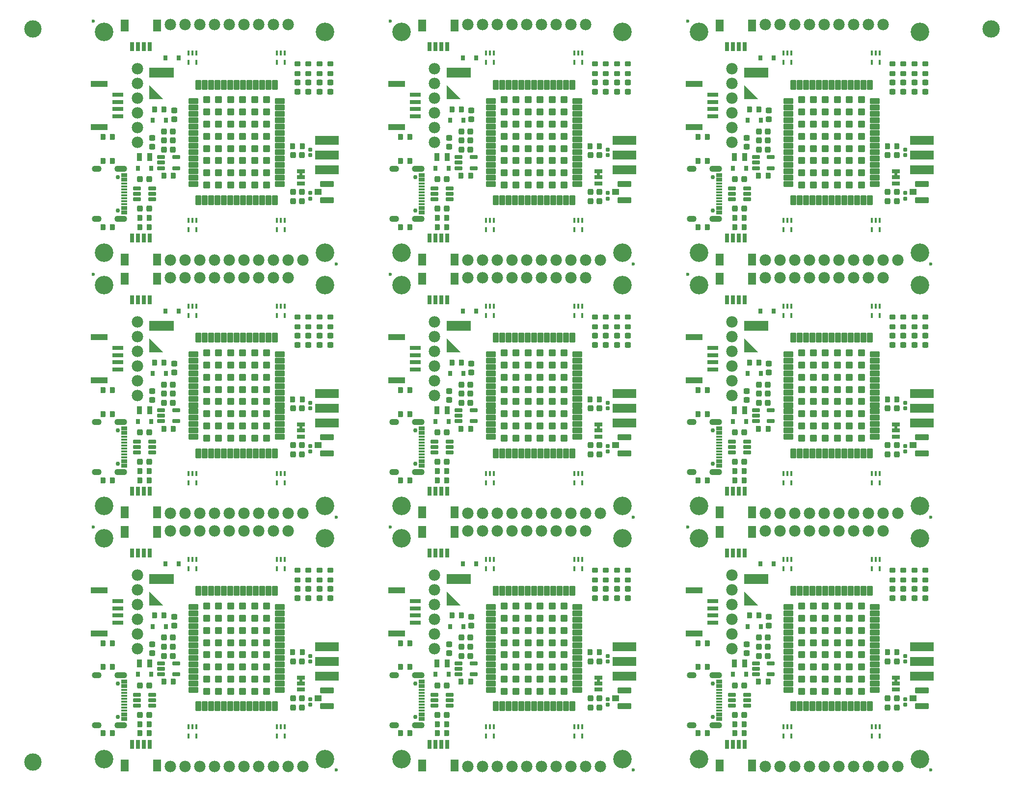
<source format=gts>
%TF.GenerationSoftware,KiCad,Pcbnew,9.0.1*%
%TF.CreationDate,2025-04-24T15:23:21-06:00*%
%TF.ProjectId,SparkFun_GNSS_ZED-X20P_panelized,53706172-6b46-4756-9e5f-474e53535f5a,rev?*%
%TF.SameCoordinates,Original*%
%TF.FileFunction,Soldermask,Top*%
%TF.FilePolarity,Negative*%
%FSLAX46Y46*%
G04 Gerber Fmt 4.6, Leading zero omitted, Abs format (unit mm)*
G04 Created by KiCad (PCBNEW 9.0.1) date 2025-04-24 15:23:21*
%MOMM*%
%LPD*%
G01*
G04 APERTURE LIST*
G04 Aperture macros list*
%AMRoundRect*
0 Rectangle with rounded corners*
0 $1 Rounding radius*
0 $2 $3 $4 $5 $6 $7 $8 $9 X,Y pos of 4 corners*
0 Add a 4 corners polygon primitive as box body*
4,1,4,$2,$3,$4,$5,$6,$7,$8,$9,$2,$3,0*
0 Add four circle primitives for the rounded corners*
1,1,$1+$1,$2,$3*
1,1,$1+$1,$4,$5*
1,1,$1+$1,$6,$7*
1,1,$1+$1,$8,$9*
0 Add four rect primitives between the rounded corners*
20,1,$1+$1,$2,$3,$4,$5,0*
20,1,$1+$1,$4,$5,$6,$7,0*
20,1,$1+$1,$6,$7,$8,$9,0*
20,1,$1+$1,$8,$9,$2,$3,0*%
G04 Aperture macros list end*
%ADD10C,0.000000*%
%ADD11C,3.000000*%
%ADD12C,3.200000*%
%ADD13RoundRect,0.050000X0.760000X0.425000X-0.760000X0.425000X-0.760000X-0.425000X0.760000X-0.425000X0*%
%ADD14RoundRect,0.050000X0.425000X-0.760000X0.425000X0.760000X-0.425000X0.760000X-0.425000X-0.760000X0*%
%ADD15RoundRect,0.050000X-0.760000X-0.425000X0.760000X-0.425000X0.760000X0.425000X-0.760000X0.425000X0*%
%ADD16RoundRect,0.050000X-0.425000X0.760000X-0.425000X-0.760000X0.425000X-0.760000X0.425000X0.760000X0*%
%ADD17RoundRect,0.050000X0.550000X-0.550000X0.550000X0.550000X-0.550000X0.550000X-0.550000X-0.550000X0*%
%ADD18RoundRect,0.050000X-0.550000X0.550000X-0.550000X-0.550000X0.550000X-0.550000X0.550000X0.550000X0*%
%ADD19RoundRect,0.225000X0.225000X0.300000X-0.225000X0.300000X-0.225000X-0.300000X0.225000X-0.300000X0*%
%ADD20RoundRect,0.050000X-0.635000X0.330200X-0.635000X-0.330200X0.635000X-0.330200X0.635000X0.330200X0*%
%ADD21RoundRect,0.050000X0.635000X-0.330200X0.635000X0.330200X-0.635000X0.330200X-0.635000X-0.330200X0*%
%ADD22RoundRect,0.225000X-0.225000X-0.300000X0.225000X-0.300000X0.225000X0.300000X-0.225000X0.300000X0*%
%ADD23RoundRect,0.250000X0.250000X0.275000X-0.250000X0.275000X-0.250000X-0.275000X0.250000X-0.275000X0*%
%ADD24RoundRect,0.050000X0.315000X0.415000X-0.315000X0.415000X-0.315000X-0.415000X0.315000X-0.415000X0*%
%ADD25RoundRect,0.250000X-0.250000X-0.275000X0.250000X-0.275000X0.250000X0.275000X-0.250000X0.275000X0*%
%ADD26RoundRect,0.050000X0.150000X0.350000X-0.150000X0.350000X-0.150000X-0.350000X0.150000X-0.350000X0*%
%ADD27RoundRect,0.250000X0.275000X-0.250000X0.275000X0.250000X-0.275000X0.250000X-0.275000X-0.250000X0*%
%ADD28RoundRect,0.243750X0.281250X-0.243750X0.281250X0.243750X-0.281250X0.243750X-0.281250X-0.243750X0*%
%ADD29RoundRect,0.050000X0.600000X-0.275000X0.600000X0.275000X-0.600000X0.275000X-0.600000X-0.275000X0*%
%ADD30RoundRect,0.050000X-0.300000X-0.675000X0.300000X-0.675000X0.300000X0.675000X-0.300000X0.675000X0*%
%ADD31RoundRect,0.050000X-0.600000X-1.000000X0.600000X-1.000000X0.600000X1.000000X-0.600000X1.000000X0*%
%ADD32RoundRect,0.165000X0.195000X-0.165000X0.195000X0.165000X-0.195000X0.165000X-0.195000X-0.165000X0*%
%ADD33RoundRect,0.050000X0.400000X0.600000X-0.400000X0.600000X-0.400000X-0.600000X0.400000X-0.600000X0*%
%ADD34RoundRect,0.225000X0.300000X-0.225000X0.300000X0.225000X-0.300000X0.225000X-0.300000X-0.225000X0*%
%ADD35C,1.979600*%
%ADD36RoundRect,0.050000X0.525000X0.500000X-0.525000X0.500000X-0.525000X-0.500000X0.525000X-0.500000X0*%
%ADD37RoundRect,0.050000X1.100000X0.425000X-1.100000X0.425000X-1.100000X-0.425000X1.100000X-0.425000X0*%
%ADD38RoundRect,0.050000X-0.600000X0.275000X-0.600000X-0.275000X0.600000X-0.275000X0.600000X0.275000X0*%
%ADD39RoundRect,0.050000X0.300000X0.675000X-0.300000X0.675000X-0.300000X-0.675000X0.300000X-0.675000X0*%
%ADD40RoundRect,0.050000X0.600000X1.000000X-0.600000X1.000000X-0.600000X-1.000000X0.600000X-1.000000X0*%
%ADD41RoundRect,0.050000X-2.000000X0.750000X-2.000000X-0.750000X2.000000X-0.750000X2.000000X0.750000X0*%
%ADD42RoundRect,0.165000X-0.195000X0.165000X-0.195000X-0.165000X0.195000X-0.165000X0.195000X0.165000X0*%
%ADD43C,0.600000*%
%ADD44RoundRect,0.050000X-0.850000X0.300000X-0.850000X-0.300000X0.850000X-0.300000X0.850000X0.300000X0*%
%ADD45RoundRect,0.050000X-1.350000X0.500000X-1.350000X-0.500000X1.350000X-0.500000X1.350000X0.500000X0*%
%ADD46RoundRect,0.050000X-0.315000X-0.415000X0.315000X-0.415000X0.315000X0.415000X-0.315000X0.415000X0*%
%ADD47RoundRect,0.250000X-0.275000X0.250000X-0.275000X-0.250000X0.275000X-0.250000X0.275000X0.250000X0*%
%ADD48C,0.750000*%
%ADD49RoundRect,0.050000X0.500000X-0.150000X0.500000X0.150000X-0.500000X0.150000X-0.500000X-0.150000X0*%
%ADD50RoundRect,0.050000X-0.500000X0.150000X-0.500000X-0.150000X0.500000X-0.150000X0.500000X0.150000X0*%
%ADD51RoundRect,0.050000X0.500000X-0.300000X0.500000X0.300000X-0.500000X0.300000X-0.500000X-0.300000X0*%
%ADD52RoundRect,0.050000X-0.500000X0.300000X-0.500000X-0.300000X0.500000X-0.300000X0.500000X0.300000X0*%
%ADD53O,1.700000X1.100000*%
%ADD54O,2.200000X1.100000*%
G04 APERTURE END LIST*
D10*
%TO.C,JP1*%
G36*
X139353000Y103184200D02*
G01*
X138872000Y103184200D01*
X138872000Y103692200D01*
X139353000Y103692200D01*
X139353000Y103184200D01*
G37*
G36*
X139353000Y59504200D02*
G01*
X138872000Y59504200D01*
X138872000Y60012200D01*
X139353000Y60012200D01*
X139353000Y59504200D01*
G37*
G36*
X139353000Y15824200D02*
G01*
X138872000Y15824200D01*
X138872000Y16332200D01*
X139353000Y16332200D01*
X139353000Y15824200D01*
G37*
G36*
X88053000Y103184200D02*
G01*
X87572000Y103184200D01*
X87572000Y103692200D01*
X88053000Y103692200D01*
X88053000Y103184200D01*
G37*
G36*
X88053000Y59504200D02*
G01*
X87572000Y59504200D01*
X87572000Y60012200D01*
X88053000Y60012200D01*
X88053000Y59504200D01*
G37*
G36*
X88053000Y15824200D02*
G01*
X87572000Y15824200D01*
X87572000Y16332200D01*
X88053000Y16332200D01*
X88053000Y15824200D01*
G37*
G36*
X36753000Y103184200D02*
G01*
X36272000Y103184200D01*
X36272000Y103692200D01*
X36753000Y103692200D01*
X36753000Y103184200D01*
G37*
G36*
X36753000Y59504200D02*
G01*
X36272000Y59504200D01*
X36272000Y60012200D01*
X36753000Y60012200D01*
X36753000Y59504200D01*
G37*
%TO.C,BT1*%
G36*
X115397855Y116405000D02*
G01*
X112912500Y116405000D01*
X112912500Y118890355D01*
X115397855Y116405000D01*
G37*
G36*
X117117500Y120110000D02*
G01*
X112917500Y120110000D01*
X112917500Y121810000D01*
X117117500Y121810000D01*
X117117500Y120110000D01*
G37*
G36*
X115397855Y72725000D02*
G01*
X112912500Y72725000D01*
X112912500Y75210355D01*
X115397855Y72725000D01*
G37*
G36*
X117117500Y76430000D02*
G01*
X112917500Y76430000D01*
X112917500Y78130000D01*
X117117500Y78130000D01*
X117117500Y76430000D01*
G37*
G36*
X115397855Y29045000D02*
G01*
X112912500Y29045000D01*
X112912500Y31530355D01*
X115397855Y29045000D01*
G37*
G36*
X117117500Y32750000D02*
G01*
X112917500Y32750000D01*
X112917500Y34450000D01*
X117117500Y34450000D01*
X117117500Y32750000D01*
G37*
G36*
X64097855Y116405000D02*
G01*
X61612500Y116405000D01*
X61612500Y118890355D01*
X64097855Y116405000D01*
G37*
G36*
X65817500Y120110000D02*
G01*
X61617500Y120110000D01*
X61617500Y121810000D01*
X65817500Y121810000D01*
X65817500Y120110000D01*
G37*
G36*
X64097855Y72725000D02*
G01*
X61612500Y72725000D01*
X61612500Y75210355D01*
X64097855Y72725000D01*
G37*
G36*
X65817500Y76430000D02*
G01*
X61617500Y76430000D01*
X61617500Y78130000D01*
X65817500Y78130000D01*
X65817500Y76430000D01*
G37*
G36*
X64097855Y29045000D02*
G01*
X61612500Y29045000D01*
X61612500Y31530355D01*
X64097855Y29045000D01*
G37*
G36*
X65817500Y32750000D02*
G01*
X61617500Y32750000D01*
X61617500Y34450000D01*
X65817500Y34450000D01*
X65817500Y32750000D01*
G37*
G36*
X12797855Y116405000D02*
G01*
X10312500Y116405000D01*
X10312500Y118890355D01*
X12797855Y116405000D01*
G37*
G36*
X14517500Y120110000D02*
G01*
X10317500Y120110000D01*
X10317500Y121810000D01*
X14517500Y121810000D01*
X14517500Y120110000D01*
G37*
G36*
X12797855Y72725000D02*
G01*
X10312500Y72725000D01*
X10312500Y75210355D01*
X12797855Y72725000D01*
G37*
G36*
X14517500Y76430000D02*
G01*
X10317500Y76430000D01*
X10317500Y78130000D01*
X14517500Y78130000D01*
X14517500Y76430000D01*
G37*
G36*
X12797855Y29045000D02*
G01*
X10312500Y29045000D01*
X10312500Y31530355D01*
X12797855Y29045000D01*
G37*
G36*
X14517500Y32750000D02*
G01*
X10317500Y32750000D01*
X10317500Y34450000D01*
X14517500Y34450000D01*
X14517500Y32750000D01*
G37*
%TO.C,JP1*%
G36*
X36753000Y15824200D02*
G01*
X36272000Y15824200D01*
X36272000Y16332200D01*
X36753000Y16332200D01*
X36753000Y15824200D01*
G37*
%TD*%
D11*
%TO.C,*%
X155487500Y128540000D03*
%TD*%
%TO.C,*%
X-9707500Y128540000D03*
%TD*%
%TO.C,*%
X-9707500Y2000000D03*
%TD*%
D12*
%TO.C,ST4*%
X105140000Y89900000D03*
%TD*%
%TO.C,ST4*%
X105140000Y46220000D03*
%TD*%
%TO.C,ST4*%
X105140000Y2540000D03*
%TD*%
%TO.C,ST4*%
X53840000Y89900000D03*
%TD*%
%TO.C,ST4*%
X53840000Y46220000D03*
%TD*%
%TO.C,ST4*%
X53840000Y2540000D03*
%TD*%
%TO.C,ST4*%
X2540000Y89900000D03*
%TD*%
%TO.C,ST4*%
X2540000Y46220000D03*
%TD*%
D13*
%TO.C,U5*%
X135450000Y101800000D03*
X135450000Y102900000D03*
X135450000Y104000000D03*
X135450000Y105100000D03*
X135450000Y106200000D03*
X135450000Y107300000D03*
X135450000Y108400000D03*
X135450000Y109500000D03*
X135450000Y110600000D03*
X135450000Y111700000D03*
X135450000Y112800000D03*
X135450000Y113900000D03*
X135450000Y115000000D03*
X135450000Y116100000D03*
D14*
X134600000Y118900000D03*
X133500000Y118900000D03*
X132400000Y118900000D03*
X131300000Y118900000D03*
X130200000Y118900000D03*
X129100000Y118900000D03*
X128000000Y118900000D03*
X126900000Y118900000D03*
X125800000Y118900000D03*
X124700000Y118900000D03*
X123600000Y118900000D03*
X122500000Y118900000D03*
X121400000Y118900000D03*
D15*
X120550000Y116100000D03*
X120550000Y115000000D03*
X120550000Y113900000D03*
X120550000Y112800000D03*
X120550000Y111700000D03*
X120550000Y110600000D03*
X120550000Y109500000D03*
X120550000Y108400000D03*
X120550000Y107300000D03*
X120550000Y106200000D03*
X120550000Y105100000D03*
X120550000Y104000000D03*
X120550000Y102900000D03*
X120550000Y101800000D03*
D16*
X121400000Y99000000D03*
X122500000Y99000000D03*
X123600000Y99000000D03*
X124700000Y99000000D03*
X125800000Y99000000D03*
X126900000Y99000000D03*
X128000000Y99000000D03*
X129100000Y99000000D03*
X130200000Y99000000D03*
X131300000Y99000000D03*
X132400000Y99000000D03*
X133500000Y99000000D03*
X134600000Y99000000D03*
D17*
X129050000Y107900000D03*
X129050000Y105800000D03*
X129050000Y103700000D03*
X129050000Y101600000D03*
X131100000Y107900000D03*
X131100000Y105800000D03*
X131100000Y103700000D03*
X131100000Y101600000D03*
X133150000Y107900000D03*
X133150000Y105800000D03*
X133150000Y103700000D03*
X133150000Y101600000D03*
X122850000Y107900000D03*
X122850000Y105800000D03*
X122850000Y103700000D03*
X122850000Y101600000D03*
X124900000Y107900000D03*
X124900000Y105800000D03*
X124900000Y103700000D03*
X124900000Y101600000D03*
X126950000Y107900000D03*
X126950000Y105800000D03*
X126950000Y103700000D03*
X126950000Y101600000D03*
D18*
X126950000Y110000000D03*
X126950000Y112100000D03*
X126950000Y114200000D03*
X126950000Y116300000D03*
X124900000Y110000000D03*
X124900000Y112100000D03*
X124900000Y114200000D03*
X124900000Y116300000D03*
X122850000Y110000000D03*
X122850000Y112100000D03*
X122850000Y114200000D03*
X122850000Y116300000D03*
X133150000Y110000000D03*
X133150000Y112100000D03*
X133150000Y114200000D03*
X133150000Y116300000D03*
X131100000Y110000000D03*
X131100000Y112100000D03*
X131100000Y114200000D03*
X131100000Y116300000D03*
X129050000Y110000000D03*
X129050000Y112100000D03*
X129050000Y114200000D03*
X129050000Y116300000D03*
%TD*%
D13*
%TO.C,U5*%
X135450000Y58120000D03*
X135450000Y59220000D03*
X135450000Y60320000D03*
X135450000Y61420000D03*
X135450000Y62520000D03*
X135450000Y63620000D03*
X135450000Y64720000D03*
X135450000Y65820000D03*
X135450000Y66920000D03*
X135450000Y68020000D03*
X135450000Y69120000D03*
X135450000Y70220000D03*
X135450000Y71320000D03*
X135450000Y72420000D03*
D14*
X134600000Y75220000D03*
X133500000Y75220000D03*
X132400000Y75220000D03*
X131300000Y75220000D03*
X130200000Y75220000D03*
X129100000Y75220000D03*
X128000000Y75220000D03*
X126900000Y75220000D03*
X125800000Y75220000D03*
X124700000Y75220000D03*
X123600000Y75220000D03*
X122500000Y75220000D03*
X121400000Y75220000D03*
D15*
X120550000Y72420000D03*
X120550000Y71320000D03*
X120550000Y70220000D03*
X120550000Y69120000D03*
X120550000Y68020000D03*
X120550000Y66920000D03*
X120550000Y65820000D03*
X120550000Y64720000D03*
X120550000Y63620000D03*
X120550000Y62520000D03*
X120550000Y61420000D03*
X120550000Y60320000D03*
X120550000Y59220000D03*
X120550000Y58120000D03*
D16*
X121400000Y55320000D03*
X122500000Y55320000D03*
X123600000Y55320000D03*
X124700000Y55320000D03*
X125800000Y55320000D03*
X126900000Y55320000D03*
X128000000Y55320000D03*
X129100000Y55320000D03*
X130200000Y55320000D03*
X131300000Y55320000D03*
X132400000Y55320000D03*
X133500000Y55320000D03*
X134600000Y55320000D03*
D17*
X129050000Y64220000D03*
X129050000Y62120000D03*
X129050000Y60020000D03*
X129050000Y57920000D03*
X131100000Y64220000D03*
X131100000Y62120000D03*
X131100000Y60020000D03*
X131100000Y57920000D03*
X133150000Y64220000D03*
X133150000Y62120000D03*
X133150000Y60020000D03*
X133150000Y57920000D03*
X122850000Y64220000D03*
X122850000Y62120000D03*
X122850000Y60020000D03*
X122850000Y57920000D03*
X124900000Y64220000D03*
X124900000Y62120000D03*
X124900000Y60020000D03*
X124900000Y57920000D03*
X126950000Y64220000D03*
X126950000Y62120000D03*
X126950000Y60020000D03*
X126950000Y57920000D03*
D18*
X126950000Y66320000D03*
X126950000Y68420000D03*
X126950000Y70520000D03*
X126950000Y72620000D03*
X124900000Y66320000D03*
X124900000Y68420000D03*
X124900000Y70520000D03*
X124900000Y72620000D03*
X122850000Y66320000D03*
X122850000Y68420000D03*
X122850000Y70520000D03*
X122850000Y72620000D03*
X133150000Y66320000D03*
X133150000Y68420000D03*
X133150000Y70520000D03*
X133150000Y72620000D03*
X131100000Y66320000D03*
X131100000Y68420000D03*
X131100000Y70520000D03*
X131100000Y72620000D03*
X129050000Y66320000D03*
X129050000Y68420000D03*
X129050000Y70520000D03*
X129050000Y72620000D03*
%TD*%
D13*
%TO.C,U5*%
X135450000Y14440000D03*
X135450000Y15540000D03*
X135450000Y16640000D03*
X135450000Y17740000D03*
X135450000Y18840000D03*
X135450000Y19940000D03*
X135450000Y21040000D03*
X135450000Y22140000D03*
X135450000Y23240000D03*
X135450000Y24340000D03*
X135450000Y25440000D03*
X135450000Y26540000D03*
X135450000Y27640000D03*
X135450000Y28740000D03*
D14*
X134600000Y31540000D03*
X133500000Y31540000D03*
X132400000Y31540000D03*
X131300000Y31540000D03*
X130200000Y31540000D03*
X129100000Y31540000D03*
X128000000Y31540000D03*
X126900000Y31540000D03*
X125800000Y31540000D03*
X124700000Y31540000D03*
X123600000Y31540000D03*
X122500000Y31540000D03*
X121400000Y31540000D03*
D15*
X120550000Y28740000D03*
X120550000Y27640000D03*
X120550000Y26540000D03*
X120550000Y25440000D03*
X120550000Y24340000D03*
X120550000Y23240000D03*
X120550000Y22140000D03*
X120550000Y21040000D03*
X120550000Y19940000D03*
X120550000Y18840000D03*
X120550000Y17740000D03*
X120550000Y16640000D03*
X120550000Y15540000D03*
X120550000Y14440000D03*
D16*
X121400000Y11640000D03*
X122500000Y11640000D03*
X123600000Y11640000D03*
X124700000Y11640000D03*
X125800000Y11640000D03*
X126900000Y11640000D03*
X128000000Y11640000D03*
X129100000Y11640000D03*
X130200000Y11640000D03*
X131300000Y11640000D03*
X132400000Y11640000D03*
X133500000Y11640000D03*
X134600000Y11640000D03*
D17*
X129050000Y20540000D03*
X129050000Y18440000D03*
X129050000Y16340000D03*
X129050000Y14240000D03*
X131100000Y20540000D03*
X131100000Y18440000D03*
X131100000Y16340000D03*
X131100000Y14240000D03*
X133150000Y20540000D03*
X133150000Y18440000D03*
X133150000Y16340000D03*
X133150000Y14240000D03*
X122850000Y20540000D03*
X122850000Y18440000D03*
X122850000Y16340000D03*
X122850000Y14240000D03*
X124900000Y20540000D03*
X124900000Y18440000D03*
X124900000Y16340000D03*
X124900000Y14240000D03*
X126950000Y20540000D03*
X126950000Y18440000D03*
X126950000Y16340000D03*
X126950000Y14240000D03*
D18*
X126950000Y22640000D03*
X126950000Y24740000D03*
X126950000Y26840000D03*
X126950000Y28940000D03*
X124900000Y22640000D03*
X124900000Y24740000D03*
X124900000Y26840000D03*
X124900000Y28940000D03*
X122850000Y22640000D03*
X122850000Y24740000D03*
X122850000Y26840000D03*
X122850000Y28940000D03*
X133150000Y22640000D03*
X133150000Y24740000D03*
X133150000Y26840000D03*
X133150000Y28940000D03*
X131100000Y22640000D03*
X131100000Y24740000D03*
X131100000Y26840000D03*
X131100000Y28940000D03*
X129050000Y22640000D03*
X129050000Y24740000D03*
X129050000Y26840000D03*
X129050000Y28940000D03*
%TD*%
D13*
%TO.C,U5*%
X84150000Y101800000D03*
X84150000Y102900000D03*
X84150000Y104000000D03*
X84150000Y105100000D03*
X84150000Y106200000D03*
X84150000Y107300000D03*
X84150000Y108400000D03*
X84150000Y109500000D03*
X84150000Y110600000D03*
X84150000Y111700000D03*
X84150000Y112800000D03*
X84150000Y113900000D03*
X84150000Y115000000D03*
X84150000Y116100000D03*
D14*
X83300000Y118900000D03*
X82200000Y118900000D03*
X81100000Y118900000D03*
X80000000Y118900000D03*
X78900000Y118900000D03*
X77800000Y118900000D03*
X76700000Y118900000D03*
X75600000Y118900000D03*
X74500000Y118900000D03*
X73400000Y118900000D03*
X72300000Y118900000D03*
X71200000Y118900000D03*
X70100000Y118900000D03*
D15*
X69250000Y116100000D03*
X69250000Y115000000D03*
X69250000Y113900000D03*
X69250000Y112800000D03*
X69250000Y111700000D03*
X69250000Y110600000D03*
X69250000Y109500000D03*
X69250000Y108400000D03*
X69250000Y107300000D03*
X69250000Y106200000D03*
X69250000Y105100000D03*
X69250000Y104000000D03*
X69250000Y102900000D03*
X69250000Y101800000D03*
D16*
X70100000Y99000000D03*
X71200000Y99000000D03*
X72300000Y99000000D03*
X73400000Y99000000D03*
X74500000Y99000000D03*
X75600000Y99000000D03*
X76700000Y99000000D03*
X77800000Y99000000D03*
X78900000Y99000000D03*
X80000000Y99000000D03*
X81100000Y99000000D03*
X82200000Y99000000D03*
X83300000Y99000000D03*
D17*
X77750000Y107900000D03*
X77750000Y105800000D03*
X77750000Y103700000D03*
X77750000Y101600000D03*
X79800000Y107900000D03*
X79800000Y105800000D03*
X79800000Y103700000D03*
X79800000Y101600000D03*
X81850000Y107900000D03*
X81850000Y105800000D03*
X81850000Y103700000D03*
X81850000Y101600000D03*
X71550000Y107900000D03*
X71550000Y105800000D03*
X71550000Y103700000D03*
X71550000Y101600000D03*
X73600000Y107900000D03*
X73600000Y105800000D03*
X73600000Y103700000D03*
X73600000Y101600000D03*
X75650000Y107900000D03*
X75650000Y105800000D03*
X75650000Y103700000D03*
X75650000Y101600000D03*
D18*
X75650000Y110000000D03*
X75650000Y112100000D03*
X75650000Y114200000D03*
X75650000Y116300000D03*
X73600000Y110000000D03*
X73600000Y112100000D03*
X73600000Y114200000D03*
X73600000Y116300000D03*
X71550000Y110000000D03*
X71550000Y112100000D03*
X71550000Y114200000D03*
X71550000Y116300000D03*
X81850000Y110000000D03*
X81850000Y112100000D03*
X81850000Y114200000D03*
X81850000Y116300000D03*
X79800000Y110000000D03*
X79800000Y112100000D03*
X79800000Y114200000D03*
X79800000Y116300000D03*
X77750000Y110000000D03*
X77750000Y112100000D03*
X77750000Y114200000D03*
X77750000Y116300000D03*
%TD*%
D13*
%TO.C,U5*%
X84150000Y58120000D03*
X84150000Y59220000D03*
X84150000Y60320000D03*
X84150000Y61420000D03*
X84150000Y62520000D03*
X84150000Y63620000D03*
X84150000Y64720000D03*
X84150000Y65820000D03*
X84150000Y66920000D03*
X84150000Y68020000D03*
X84150000Y69120000D03*
X84150000Y70220000D03*
X84150000Y71320000D03*
X84150000Y72420000D03*
D14*
X83300000Y75220000D03*
X82200000Y75220000D03*
X81100000Y75220000D03*
X80000000Y75220000D03*
X78900000Y75220000D03*
X77800000Y75220000D03*
X76700000Y75220000D03*
X75600000Y75220000D03*
X74500000Y75220000D03*
X73400000Y75220000D03*
X72300000Y75220000D03*
X71200000Y75220000D03*
X70100000Y75220000D03*
D15*
X69250000Y72420000D03*
X69250000Y71320000D03*
X69250000Y70220000D03*
X69250000Y69120000D03*
X69250000Y68020000D03*
X69250000Y66920000D03*
X69250000Y65820000D03*
X69250000Y64720000D03*
X69250000Y63620000D03*
X69250000Y62520000D03*
X69250000Y61420000D03*
X69250000Y60320000D03*
X69250000Y59220000D03*
X69250000Y58120000D03*
D16*
X70100000Y55320000D03*
X71200000Y55320000D03*
X72300000Y55320000D03*
X73400000Y55320000D03*
X74500000Y55320000D03*
X75600000Y55320000D03*
X76700000Y55320000D03*
X77800000Y55320000D03*
X78900000Y55320000D03*
X80000000Y55320000D03*
X81100000Y55320000D03*
X82200000Y55320000D03*
X83300000Y55320000D03*
D17*
X77750000Y64220000D03*
X77750000Y62120000D03*
X77750000Y60020000D03*
X77750000Y57920000D03*
X79800000Y64220000D03*
X79800000Y62120000D03*
X79800000Y60020000D03*
X79800000Y57920000D03*
X81850000Y64220000D03*
X81850000Y62120000D03*
X81850000Y60020000D03*
X81850000Y57920000D03*
X71550000Y64220000D03*
X71550000Y62120000D03*
X71550000Y60020000D03*
X71550000Y57920000D03*
X73600000Y64220000D03*
X73600000Y62120000D03*
X73600000Y60020000D03*
X73600000Y57920000D03*
X75650000Y64220000D03*
X75650000Y62120000D03*
X75650000Y60020000D03*
X75650000Y57920000D03*
D18*
X75650000Y66320000D03*
X75650000Y68420000D03*
X75650000Y70520000D03*
X75650000Y72620000D03*
X73600000Y66320000D03*
X73600000Y68420000D03*
X73600000Y70520000D03*
X73600000Y72620000D03*
X71550000Y66320000D03*
X71550000Y68420000D03*
X71550000Y70520000D03*
X71550000Y72620000D03*
X81850000Y66320000D03*
X81850000Y68420000D03*
X81850000Y70520000D03*
X81850000Y72620000D03*
X79800000Y66320000D03*
X79800000Y68420000D03*
X79800000Y70520000D03*
X79800000Y72620000D03*
X77750000Y66320000D03*
X77750000Y68420000D03*
X77750000Y70520000D03*
X77750000Y72620000D03*
%TD*%
D13*
%TO.C,U5*%
X84150000Y14440000D03*
X84150000Y15540000D03*
X84150000Y16640000D03*
X84150000Y17740000D03*
X84150000Y18840000D03*
X84150000Y19940000D03*
X84150000Y21040000D03*
X84150000Y22140000D03*
X84150000Y23240000D03*
X84150000Y24340000D03*
X84150000Y25440000D03*
X84150000Y26540000D03*
X84150000Y27640000D03*
X84150000Y28740000D03*
D14*
X83300000Y31540000D03*
X82200000Y31540000D03*
X81100000Y31540000D03*
X80000000Y31540000D03*
X78900000Y31540000D03*
X77800000Y31540000D03*
X76700000Y31540000D03*
X75600000Y31540000D03*
X74500000Y31540000D03*
X73400000Y31540000D03*
X72300000Y31540000D03*
X71200000Y31540000D03*
X70100000Y31540000D03*
D15*
X69250000Y28740000D03*
X69250000Y27640000D03*
X69250000Y26540000D03*
X69250000Y25440000D03*
X69250000Y24340000D03*
X69250000Y23240000D03*
X69250000Y22140000D03*
X69250000Y21040000D03*
X69250000Y19940000D03*
X69250000Y18840000D03*
X69250000Y17740000D03*
X69250000Y16640000D03*
X69250000Y15540000D03*
X69250000Y14440000D03*
D16*
X70100000Y11640000D03*
X71200000Y11640000D03*
X72300000Y11640000D03*
X73400000Y11640000D03*
X74500000Y11640000D03*
X75600000Y11640000D03*
X76700000Y11640000D03*
X77800000Y11640000D03*
X78900000Y11640000D03*
X80000000Y11640000D03*
X81100000Y11640000D03*
X82200000Y11640000D03*
X83300000Y11640000D03*
D17*
X77750000Y20540000D03*
X77750000Y18440000D03*
X77750000Y16340000D03*
X77750000Y14240000D03*
X79800000Y20540000D03*
X79800000Y18440000D03*
X79800000Y16340000D03*
X79800000Y14240000D03*
X81850000Y20540000D03*
X81850000Y18440000D03*
X81850000Y16340000D03*
X81850000Y14240000D03*
X71550000Y20540000D03*
X71550000Y18440000D03*
X71550000Y16340000D03*
X71550000Y14240000D03*
X73600000Y20540000D03*
X73600000Y18440000D03*
X73600000Y16340000D03*
X73600000Y14240000D03*
X75650000Y20540000D03*
X75650000Y18440000D03*
X75650000Y16340000D03*
X75650000Y14240000D03*
D18*
X75650000Y22640000D03*
X75650000Y24740000D03*
X75650000Y26840000D03*
X75650000Y28940000D03*
X73600000Y22640000D03*
X73600000Y24740000D03*
X73600000Y26840000D03*
X73600000Y28940000D03*
X71550000Y22640000D03*
X71550000Y24740000D03*
X71550000Y26840000D03*
X71550000Y28940000D03*
X81850000Y22640000D03*
X81850000Y24740000D03*
X81850000Y26840000D03*
X81850000Y28940000D03*
X79800000Y22640000D03*
X79800000Y24740000D03*
X79800000Y26840000D03*
X79800000Y28940000D03*
X77750000Y22640000D03*
X77750000Y24740000D03*
X77750000Y26840000D03*
X77750000Y28940000D03*
%TD*%
D13*
%TO.C,U5*%
X32850000Y101800000D03*
X32850000Y102900000D03*
X32850000Y104000000D03*
X32850000Y105100000D03*
X32850000Y106200000D03*
X32850000Y107300000D03*
X32850000Y108400000D03*
X32850000Y109500000D03*
X32850000Y110600000D03*
X32850000Y111700000D03*
X32850000Y112800000D03*
X32850000Y113900000D03*
X32850000Y115000000D03*
X32850000Y116100000D03*
D14*
X32000000Y118900000D03*
X30900000Y118900000D03*
X29800000Y118900000D03*
X28700000Y118900000D03*
X27600000Y118900000D03*
X26500000Y118900000D03*
X25400000Y118900000D03*
X24300000Y118900000D03*
X23200000Y118900000D03*
X22100000Y118900000D03*
X21000000Y118900000D03*
X19900000Y118900000D03*
X18800000Y118900000D03*
D15*
X17950000Y116100000D03*
X17950000Y115000000D03*
X17950000Y113900000D03*
X17950000Y112800000D03*
X17950000Y111700000D03*
X17950000Y110600000D03*
X17950000Y109500000D03*
X17950000Y108400000D03*
X17950000Y107300000D03*
X17950000Y106200000D03*
X17950000Y105100000D03*
X17950000Y104000000D03*
X17950000Y102900000D03*
X17950000Y101800000D03*
D16*
X18800000Y99000000D03*
X19900000Y99000000D03*
X21000000Y99000000D03*
X22100000Y99000000D03*
X23200000Y99000000D03*
X24300000Y99000000D03*
X25400000Y99000000D03*
X26500000Y99000000D03*
X27600000Y99000000D03*
X28700000Y99000000D03*
X29800000Y99000000D03*
X30900000Y99000000D03*
X32000000Y99000000D03*
D17*
X26450000Y107900000D03*
X26450000Y105800000D03*
X26450000Y103700000D03*
X26450000Y101600000D03*
X28500000Y107900000D03*
X28500000Y105800000D03*
X28500000Y103700000D03*
X28500000Y101600000D03*
X30550000Y107900000D03*
X30550000Y105800000D03*
X30550000Y103700000D03*
X30550000Y101600000D03*
X20250000Y107900000D03*
X20250000Y105800000D03*
X20250000Y103700000D03*
X20250000Y101600000D03*
X22300000Y107900000D03*
X22300000Y105800000D03*
X22300000Y103700000D03*
X22300000Y101600000D03*
X24350000Y107900000D03*
X24350000Y105800000D03*
X24350000Y103700000D03*
X24350000Y101600000D03*
D18*
X24350000Y110000000D03*
X24350000Y112100000D03*
X24350000Y114200000D03*
X24350000Y116300000D03*
X22300000Y110000000D03*
X22300000Y112100000D03*
X22300000Y114200000D03*
X22300000Y116300000D03*
X20250000Y110000000D03*
X20250000Y112100000D03*
X20250000Y114200000D03*
X20250000Y116300000D03*
X30550000Y110000000D03*
X30550000Y112100000D03*
X30550000Y114200000D03*
X30550000Y116300000D03*
X28500000Y110000000D03*
X28500000Y112100000D03*
X28500000Y114200000D03*
X28500000Y116300000D03*
X26450000Y110000000D03*
X26450000Y112100000D03*
X26450000Y114200000D03*
X26450000Y116300000D03*
%TD*%
D13*
%TO.C,U5*%
X32850000Y58120000D03*
X32850000Y59220000D03*
X32850000Y60320000D03*
X32850000Y61420000D03*
X32850000Y62520000D03*
X32850000Y63620000D03*
X32850000Y64720000D03*
X32850000Y65820000D03*
X32850000Y66920000D03*
X32850000Y68020000D03*
X32850000Y69120000D03*
X32850000Y70220000D03*
X32850000Y71320000D03*
X32850000Y72420000D03*
D14*
X32000000Y75220000D03*
X30900000Y75220000D03*
X29800000Y75220000D03*
X28700000Y75220000D03*
X27600000Y75220000D03*
X26500000Y75220000D03*
X25400000Y75220000D03*
X24300000Y75220000D03*
X23200000Y75220000D03*
X22100000Y75220000D03*
X21000000Y75220000D03*
X19900000Y75220000D03*
X18800000Y75220000D03*
D15*
X17950000Y72420000D03*
X17950000Y71320000D03*
X17950000Y70220000D03*
X17950000Y69120000D03*
X17950000Y68020000D03*
X17950000Y66920000D03*
X17950000Y65820000D03*
X17950000Y64720000D03*
X17950000Y63620000D03*
X17950000Y62520000D03*
X17950000Y61420000D03*
X17950000Y60320000D03*
X17950000Y59220000D03*
X17950000Y58120000D03*
D16*
X18800000Y55320000D03*
X19900000Y55320000D03*
X21000000Y55320000D03*
X22100000Y55320000D03*
X23200000Y55320000D03*
X24300000Y55320000D03*
X25400000Y55320000D03*
X26500000Y55320000D03*
X27600000Y55320000D03*
X28700000Y55320000D03*
X29800000Y55320000D03*
X30900000Y55320000D03*
X32000000Y55320000D03*
D17*
X26450000Y64220000D03*
X26450000Y62120000D03*
X26450000Y60020000D03*
X26450000Y57920000D03*
X28500000Y64220000D03*
X28500000Y62120000D03*
X28500000Y60020000D03*
X28500000Y57920000D03*
X30550000Y64220000D03*
X30550000Y62120000D03*
X30550000Y60020000D03*
X30550000Y57920000D03*
X20250000Y64220000D03*
X20250000Y62120000D03*
X20250000Y60020000D03*
X20250000Y57920000D03*
X22300000Y64220000D03*
X22300000Y62120000D03*
X22300000Y60020000D03*
X22300000Y57920000D03*
X24350000Y64220000D03*
X24350000Y62120000D03*
X24350000Y60020000D03*
X24350000Y57920000D03*
D18*
X24350000Y66320000D03*
X24350000Y68420000D03*
X24350000Y70520000D03*
X24350000Y72620000D03*
X22300000Y66320000D03*
X22300000Y68420000D03*
X22300000Y70520000D03*
X22300000Y72620000D03*
X20250000Y66320000D03*
X20250000Y68420000D03*
X20250000Y70520000D03*
X20250000Y72620000D03*
X30550000Y66320000D03*
X30550000Y68420000D03*
X30550000Y70520000D03*
X30550000Y72620000D03*
X28500000Y66320000D03*
X28500000Y68420000D03*
X28500000Y70520000D03*
X28500000Y72620000D03*
X26450000Y66320000D03*
X26450000Y68420000D03*
X26450000Y70520000D03*
X26450000Y72620000D03*
%TD*%
D19*
%TO.C,R7*%
X115490000Y114665000D03*
X113840000Y114665000D03*
%TD*%
%TO.C,R7*%
X115490000Y70985000D03*
X113840000Y70985000D03*
%TD*%
%TO.C,R7*%
X115490000Y27305000D03*
X113840000Y27305000D03*
%TD*%
%TO.C,R7*%
X64190000Y114665000D03*
X62540000Y114665000D03*
%TD*%
%TO.C,R7*%
X64190000Y70985000D03*
X62540000Y70985000D03*
%TD*%
%TO.C,R7*%
X64190000Y27305000D03*
X62540000Y27305000D03*
%TD*%
%TO.C,R7*%
X12890000Y114665000D03*
X11240000Y114665000D03*
%TD*%
%TO.C,R7*%
X12890000Y70985000D03*
X11240000Y70985000D03*
%TD*%
D20*
%TO.C,JP1*%
X139112500Y103958900D03*
X139112500Y102917500D03*
D21*
X139112500Y101876100D03*
%TD*%
D20*
%TO.C,JP1*%
X139112500Y60278900D03*
X139112500Y59237500D03*
D21*
X139112500Y58196100D03*
%TD*%
D20*
%TO.C,JP1*%
X139112500Y16598900D03*
X139112500Y15557500D03*
D21*
X139112500Y14516100D03*
%TD*%
D20*
%TO.C,JP1*%
X87812500Y103958900D03*
X87812500Y102917500D03*
D21*
X87812500Y101876100D03*
%TD*%
D20*
%TO.C,JP1*%
X87812500Y60278900D03*
X87812500Y59237500D03*
D21*
X87812500Y58196100D03*
%TD*%
D20*
%TO.C,JP1*%
X87812500Y16598900D03*
X87812500Y15557500D03*
D21*
X87812500Y14516100D03*
%TD*%
D20*
%TO.C,JP1*%
X36512500Y103958900D03*
X36512500Y102917500D03*
D21*
X36512500Y101876100D03*
%TD*%
D20*
%TO.C,JP1*%
X36512500Y60278900D03*
X36512500Y59237500D03*
D21*
X36512500Y58196100D03*
%TD*%
D22*
%TO.C,R12*%
X111300000Y94345000D03*
X112950000Y94345000D03*
%TD*%
%TO.C,R12*%
X111300000Y50665000D03*
X112950000Y50665000D03*
%TD*%
%TO.C,R12*%
X111300000Y6985000D03*
X112950000Y6985000D03*
%TD*%
%TO.C,R12*%
X60000000Y94345000D03*
X61650000Y94345000D03*
%TD*%
%TO.C,R12*%
X60000000Y50665000D03*
X61650000Y50665000D03*
%TD*%
%TO.C,R12*%
X60000000Y6985000D03*
X61650000Y6985000D03*
%TD*%
%TO.C,R12*%
X8700000Y94345000D03*
X10350000Y94345000D03*
%TD*%
%TO.C,R12*%
X8700000Y50665000D03*
X10350000Y50665000D03*
%TD*%
D23*
%TO.C,L2*%
X139252500Y100377500D03*
X137702500Y100377500D03*
%TD*%
%TO.C,L2*%
X139252500Y56697500D03*
X137702500Y56697500D03*
%TD*%
%TO.C,L2*%
X139252500Y13017500D03*
X137702500Y13017500D03*
%TD*%
%TO.C,L2*%
X87952500Y100377500D03*
X86402500Y100377500D03*
%TD*%
%TO.C,L2*%
X87952500Y56697500D03*
X86402500Y56697500D03*
%TD*%
%TO.C,L2*%
X87952500Y13017500D03*
X86402500Y13017500D03*
%TD*%
%TO.C,L2*%
X36652500Y100377500D03*
X35102500Y100377500D03*
%TD*%
%TO.C,L2*%
X36652500Y56697500D03*
X35102500Y56697500D03*
%TD*%
D12*
%TO.C,ST3*%
X105140000Y128000000D03*
%TD*%
%TO.C,ST3*%
X105140000Y84320000D03*
%TD*%
%TO.C,ST3*%
X105140000Y40640000D03*
%TD*%
%TO.C,ST3*%
X53840000Y128000000D03*
%TD*%
%TO.C,ST3*%
X53840000Y84320000D03*
%TD*%
%TO.C,ST3*%
X53840000Y40640000D03*
%TD*%
%TO.C,ST3*%
X2540000Y128000000D03*
%TD*%
%TO.C,ST3*%
X2540000Y84320000D03*
%TD*%
D22*
%TO.C,R6*%
X137652500Y108315000D03*
X139302500Y108315000D03*
%TD*%
%TO.C,R6*%
X137652500Y64635000D03*
X139302500Y64635000D03*
%TD*%
%TO.C,R6*%
X137652500Y20955000D03*
X139302500Y20955000D03*
%TD*%
%TO.C,R6*%
X86352500Y108315000D03*
X88002500Y108315000D03*
%TD*%
%TO.C,R6*%
X86352500Y64635000D03*
X88002500Y64635000D03*
%TD*%
%TO.C,R6*%
X86352500Y20955000D03*
X88002500Y20955000D03*
%TD*%
%TO.C,R6*%
X35052500Y108315000D03*
X36702500Y108315000D03*
%TD*%
%TO.C,R6*%
X35052500Y64635000D03*
X36702500Y64635000D03*
%TD*%
D24*
%TO.C,D6*%
X113275000Y104505000D03*
X110975000Y104505000D03*
%TD*%
%TO.C,D6*%
X113275000Y60825000D03*
X110975000Y60825000D03*
%TD*%
%TO.C,D6*%
X113275000Y17145000D03*
X110975000Y17145000D03*
%TD*%
%TO.C,D6*%
X61975000Y104505000D03*
X59675000Y104505000D03*
%TD*%
%TO.C,D6*%
X61975000Y60825000D03*
X59675000Y60825000D03*
%TD*%
%TO.C,D6*%
X61975000Y17145000D03*
X59675000Y17145000D03*
%TD*%
%TO.C,D6*%
X10675000Y104505000D03*
X8375000Y104505000D03*
%TD*%
%TO.C,D6*%
X10675000Y60825000D03*
X8375000Y60825000D03*
%TD*%
D19*
%TO.C,R9*%
X117077500Y103235000D03*
X115427500Y103235000D03*
%TD*%
%TO.C,R9*%
X117077500Y59555000D03*
X115427500Y59555000D03*
%TD*%
%TO.C,R9*%
X117077500Y15875000D03*
X115427500Y15875000D03*
%TD*%
%TO.C,R9*%
X65777500Y103235000D03*
X64127500Y103235000D03*
%TD*%
%TO.C,R9*%
X65777500Y59555000D03*
X64127500Y59555000D03*
%TD*%
%TO.C,R9*%
X65777500Y15875000D03*
X64127500Y15875000D03*
%TD*%
%TO.C,R9*%
X14477500Y103235000D03*
X12827500Y103235000D03*
%TD*%
%TO.C,R9*%
X14477500Y59555000D03*
X12827500Y59555000D03*
%TD*%
D25*
%TO.C,C13*%
X111350000Y97520000D03*
X112900000Y97520000D03*
%TD*%
%TO.C,C13*%
X111350000Y53840000D03*
X112900000Y53840000D03*
%TD*%
%TO.C,C13*%
X111350000Y10160000D03*
X112900000Y10160000D03*
%TD*%
%TO.C,C13*%
X60050000Y97520000D03*
X61600000Y97520000D03*
%TD*%
%TO.C,C13*%
X60050000Y53840000D03*
X61600000Y53840000D03*
%TD*%
%TO.C,C13*%
X60050000Y10160000D03*
X61600000Y10160000D03*
%TD*%
%TO.C,C13*%
X8750000Y97520000D03*
X10300000Y97520000D03*
%TD*%
%TO.C,C13*%
X8750000Y53840000D03*
X10300000Y53840000D03*
%TD*%
D26*
%TO.C,D8*%
X121030000Y124355000D03*
X120380000Y124355000D03*
X119730000Y124355000D03*
X119730000Y122755000D03*
X121030000Y122755000D03*
%TD*%
%TO.C,D8*%
X121030000Y80675000D03*
X120380000Y80675000D03*
X119730000Y80675000D03*
X119730000Y79075000D03*
X121030000Y79075000D03*
%TD*%
%TO.C,D8*%
X121030000Y36995000D03*
X120380000Y36995000D03*
X119730000Y36995000D03*
X119730000Y35395000D03*
X121030000Y35395000D03*
%TD*%
%TO.C,D8*%
X69730000Y124355000D03*
X69080000Y124355000D03*
X68430000Y124355000D03*
X68430000Y122755000D03*
X69730000Y122755000D03*
%TD*%
%TO.C,D8*%
X69730000Y80675000D03*
X69080000Y80675000D03*
X68430000Y80675000D03*
X68430000Y79075000D03*
X69730000Y79075000D03*
%TD*%
%TO.C,D8*%
X69730000Y36995000D03*
X69080000Y36995000D03*
X68430000Y36995000D03*
X68430000Y35395000D03*
X69730000Y35395000D03*
%TD*%
%TO.C,D8*%
X18430000Y124355000D03*
X17780000Y124355000D03*
X17130000Y124355000D03*
X17130000Y122755000D03*
X18430000Y122755000D03*
%TD*%
%TO.C,D8*%
X18430000Y80675000D03*
X17780000Y80675000D03*
X17130000Y80675000D03*
X17130000Y79075000D03*
X18430000Y79075000D03*
%TD*%
D27*
%TO.C,C1*%
X113395000Y108175000D03*
X113395000Y109725000D03*
%TD*%
%TO.C,C1*%
X113395000Y64495000D03*
X113395000Y66045000D03*
%TD*%
%TO.C,C1*%
X113395000Y20815000D03*
X113395000Y22365000D03*
%TD*%
%TO.C,C1*%
X62095000Y108175000D03*
X62095000Y109725000D03*
%TD*%
%TO.C,C1*%
X62095000Y64495000D03*
X62095000Y66045000D03*
%TD*%
%TO.C,C1*%
X62095000Y20815000D03*
X62095000Y22365000D03*
%TD*%
%TO.C,C1*%
X10795000Y108175000D03*
X10795000Y109725000D03*
%TD*%
%TO.C,C1*%
X10795000Y64495000D03*
X10795000Y66045000D03*
%TD*%
D28*
%TO.C,D9*%
X144192500Y117687500D03*
X144192500Y119262500D03*
%TD*%
%TO.C,D9*%
X144192500Y74007500D03*
X144192500Y75582500D03*
%TD*%
%TO.C,D9*%
X144192500Y30327500D03*
X144192500Y31902500D03*
%TD*%
%TO.C,D9*%
X92892500Y117687500D03*
X92892500Y119262500D03*
%TD*%
%TO.C,D9*%
X92892500Y74007500D03*
X92892500Y75582500D03*
%TD*%
%TO.C,D9*%
X92892500Y30327500D03*
X92892500Y31902500D03*
%TD*%
%TO.C,D9*%
X41592500Y117687500D03*
X41592500Y119262500D03*
%TD*%
%TO.C,D9*%
X41592500Y74007500D03*
X41592500Y75582500D03*
%TD*%
D29*
%TO.C,U1*%
X113425100Y99110000D03*
X113425100Y100060000D03*
X113425100Y101010000D03*
X110824900Y101010000D03*
X110825000Y100060000D03*
X110824900Y99110000D03*
%TD*%
%TO.C,U1*%
X113425100Y55430000D03*
X113425100Y56380000D03*
X113425100Y57330000D03*
X110824900Y57330000D03*
X110825000Y56380000D03*
X110824900Y55430000D03*
%TD*%
%TO.C,U1*%
X113425100Y11750000D03*
X113425100Y12700000D03*
X113425100Y13650000D03*
X110824900Y13650000D03*
X110825000Y12700000D03*
X110824900Y11750000D03*
%TD*%
%TO.C,U1*%
X62125100Y99110000D03*
X62125100Y100060000D03*
X62125100Y101010000D03*
X59524900Y101010000D03*
X59525000Y100060000D03*
X59524900Y99110000D03*
%TD*%
%TO.C,U1*%
X62125100Y55430000D03*
X62125100Y56380000D03*
X62125100Y57330000D03*
X59524900Y57330000D03*
X59525000Y56380000D03*
X59524900Y55430000D03*
%TD*%
%TO.C,U1*%
X62125100Y11750000D03*
X62125100Y12700000D03*
X62125100Y13650000D03*
X59524900Y13650000D03*
X59525000Y12700000D03*
X59524900Y11750000D03*
%TD*%
%TO.C,U1*%
X10825100Y99110000D03*
X10825100Y100060000D03*
X10825100Y101010000D03*
X8224900Y101010000D03*
X8225000Y100060000D03*
X8224900Y99110000D03*
%TD*%
%TO.C,U1*%
X10825100Y55430000D03*
X10825100Y56380000D03*
X10825100Y57330000D03*
X8224900Y57330000D03*
X8225000Y56380000D03*
X8224900Y55430000D03*
%TD*%
D30*
%TO.C,J4*%
X109990000Y92440000D03*
X110990000Y92440000D03*
X111990000Y92440000D03*
X112990000Y92440000D03*
D31*
X114290000Y88765000D03*
X108690000Y88765000D03*
%TD*%
D30*
%TO.C,J4*%
X109990000Y48760000D03*
X110990000Y48760000D03*
X111990000Y48760000D03*
X112990000Y48760000D03*
D31*
X114290000Y45085000D03*
X108690000Y45085000D03*
%TD*%
D30*
%TO.C,J4*%
X109990000Y5080000D03*
X110990000Y5080000D03*
X111990000Y5080000D03*
X112990000Y5080000D03*
D31*
X114290000Y1405000D03*
X108690000Y1405000D03*
%TD*%
D30*
%TO.C,J4*%
X58690000Y92440000D03*
X59690000Y92440000D03*
X60690000Y92440000D03*
X61690000Y92440000D03*
D31*
X62990000Y88765000D03*
X57390000Y88765000D03*
%TD*%
D30*
%TO.C,J4*%
X58690000Y48760000D03*
X59690000Y48760000D03*
X60690000Y48760000D03*
X61690000Y48760000D03*
D31*
X62990000Y45085000D03*
X57390000Y45085000D03*
%TD*%
D30*
%TO.C,J4*%
X58690000Y5080000D03*
X59690000Y5080000D03*
X60690000Y5080000D03*
X61690000Y5080000D03*
D31*
X62990000Y1405000D03*
X57390000Y1405000D03*
%TD*%
D30*
%TO.C,J4*%
X7390000Y92440000D03*
X8390000Y92440000D03*
X9390000Y92440000D03*
X10390000Y92440000D03*
D31*
X11690000Y88765000D03*
X6090000Y88765000D03*
%TD*%
D30*
%TO.C,J4*%
X7390000Y48760000D03*
X8390000Y48760000D03*
X9390000Y48760000D03*
X10390000Y48760000D03*
D31*
X11690000Y45085000D03*
X6090000Y45085000D03*
%TD*%
D32*
%TO.C,D14*%
X140700000Y99262500D03*
X140700000Y100222500D03*
%TD*%
%TO.C,D14*%
X140700000Y55582500D03*
X140700000Y56542500D03*
%TD*%
%TO.C,D14*%
X140700000Y11902500D03*
X140700000Y12862500D03*
%TD*%
%TO.C,D14*%
X89400000Y99262500D03*
X89400000Y100222500D03*
%TD*%
%TO.C,D14*%
X89400000Y55582500D03*
X89400000Y56542500D03*
%TD*%
%TO.C,D14*%
X89400000Y11902500D03*
X89400000Y12862500D03*
%TD*%
%TO.C,D14*%
X38100000Y99262500D03*
X38100000Y100222500D03*
%TD*%
%TO.C,D14*%
X38100000Y55582500D03*
X38100000Y56542500D03*
%TD*%
D33*
%TO.C,F1*%
X113025000Y106410000D03*
X111225000Y106410000D03*
%TD*%
%TO.C,F1*%
X113025000Y62730000D03*
X111225000Y62730000D03*
%TD*%
%TO.C,F1*%
X113025000Y19050000D03*
X111225000Y19050000D03*
%TD*%
%TO.C,F1*%
X61725000Y106410000D03*
X59925000Y106410000D03*
%TD*%
%TO.C,F1*%
X61725000Y62730000D03*
X59925000Y62730000D03*
%TD*%
%TO.C,F1*%
X61725000Y19050000D03*
X59925000Y19050000D03*
%TD*%
%TO.C,F1*%
X10425000Y106410000D03*
X8625000Y106410000D03*
%TD*%
%TO.C,F1*%
X10425000Y62730000D03*
X8625000Y62730000D03*
%TD*%
D26*
%TO.C,D10*%
X136270000Y124355000D03*
X135620000Y124355000D03*
X134970000Y124355000D03*
X134970000Y122755000D03*
X136270000Y122755000D03*
%TD*%
%TO.C,D10*%
X136270000Y80675000D03*
X135620000Y80675000D03*
X134970000Y80675000D03*
X134970000Y79075000D03*
X136270000Y79075000D03*
%TD*%
%TO.C,D10*%
X136270000Y36995000D03*
X135620000Y36995000D03*
X134970000Y36995000D03*
X134970000Y35395000D03*
X136270000Y35395000D03*
%TD*%
%TO.C,D10*%
X84970000Y124355000D03*
X84320000Y124355000D03*
X83670000Y124355000D03*
X83670000Y122755000D03*
X84970000Y122755000D03*
%TD*%
%TO.C,D10*%
X84970000Y80675000D03*
X84320000Y80675000D03*
X83670000Y80675000D03*
X83670000Y79075000D03*
X84970000Y79075000D03*
%TD*%
%TO.C,D10*%
X84970000Y36995000D03*
X84320000Y36995000D03*
X83670000Y36995000D03*
X83670000Y35395000D03*
X84970000Y35395000D03*
%TD*%
%TO.C,D10*%
X33670000Y124355000D03*
X33020000Y124355000D03*
X32370000Y124355000D03*
X32370000Y122755000D03*
X33670000Y122755000D03*
%TD*%
%TO.C,D10*%
X33670000Y80675000D03*
X33020000Y80675000D03*
X32370000Y80675000D03*
X32370000Y79075000D03*
X33670000Y79075000D03*
%TD*%
D34*
%TO.C,R11*%
X144192500Y120825000D03*
X144192500Y122475000D03*
%TD*%
%TO.C,R11*%
X144192500Y77145000D03*
X144192500Y78795000D03*
%TD*%
%TO.C,R11*%
X144192500Y33465000D03*
X144192500Y35115000D03*
%TD*%
%TO.C,R11*%
X92892500Y120825000D03*
X92892500Y122475000D03*
%TD*%
%TO.C,R11*%
X92892500Y77145000D03*
X92892500Y78795000D03*
%TD*%
%TO.C,R11*%
X92892500Y33465000D03*
X92892500Y35115000D03*
%TD*%
%TO.C,R11*%
X41592500Y120825000D03*
X41592500Y122475000D03*
%TD*%
%TO.C,R11*%
X41592500Y77145000D03*
X41592500Y78795000D03*
%TD*%
D35*
%TO.C,J3*%
X136890000Y129270000D03*
X134350000Y129270000D03*
X131810000Y129270000D03*
X129270000Y129270000D03*
X126730000Y129270000D03*
X124190000Y129270000D03*
X121650000Y129270000D03*
X119110000Y129270000D03*
X116570000Y129270000D03*
%TD*%
%TO.C,J3*%
X136890000Y85590000D03*
X134350000Y85590000D03*
X131810000Y85590000D03*
X129270000Y85590000D03*
X126730000Y85590000D03*
X124190000Y85590000D03*
X121650000Y85590000D03*
X119110000Y85590000D03*
X116570000Y85590000D03*
%TD*%
%TO.C,J3*%
X136890000Y41910000D03*
X134350000Y41910000D03*
X131810000Y41910000D03*
X129270000Y41910000D03*
X126730000Y41910000D03*
X124190000Y41910000D03*
X121650000Y41910000D03*
X119110000Y41910000D03*
X116570000Y41910000D03*
%TD*%
%TO.C,J3*%
X85590000Y129270000D03*
X83050000Y129270000D03*
X80510000Y129270000D03*
X77970000Y129270000D03*
X75430000Y129270000D03*
X72890000Y129270000D03*
X70350000Y129270000D03*
X67810000Y129270000D03*
X65270000Y129270000D03*
%TD*%
%TO.C,J3*%
X85590000Y85590000D03*
X83050000Y85590000D03*
X80510000Y85590000D03*
X77970000Y85590000D03*
X75430000Y85590000D03*
X72890000Y85590000D03*
X70350000Y85590000D03*
X67810000Y85590000D03*
X65270000Y85590000D03*
%TD*%
%TO.C,J3*%
X85590000Y41910000D03*
X83050000Y41910000D03*
X80510000Y41910000D03*
X77970000Y41910000D03*
X75430000Y41910000D03*
X72890000Y41910000D03*
X70350000Y41910000D03*
X67810000Y41910000D03*
X65270000Y41910000D03*
%TD*%
%TO.C,J3*%
X34290000Y129270000D03*
X31750000Y129270000D03*
X29210000Y129270000D03*
X26670000Y129270000D03*
X24130000Y129270000D03*
X21590000Y129270000D03*
X19050000Y129270000D03*
X16510000Y129270000D03*
X13970000Y129270000D03*
%TD*%
%TO.C,J3*%
X34290000Y85590000D03*
X31750000Y85590000D03*
X29210000Y85590000D03*
X26670000Y85590000D03*
X24130000Y85590000D03*
X21590000Y85590000D03*
X19050000Y85590000D03*
X16510000Y85590000D03*
X13970000Y85590000D03*
%TD*%
D26*
%TO.C,D12*%
X136270000Y95462500D03*
X135620000Y95462500D03*
X134970000Y95462500D03*
X134970000Y93862500D03*
X136270000Y93862500D03*
%TD*%
%TO.C,D12*%
X136270000Y51782500D03*
X135620000Y51782500D03*
X134970000Y51782500D03*
X134970000Y50182500D03*
X136270000Y50182500D03*
%TD*%
%TO.C,D12*%
X136270000Y8102500D03*
X135620000Y8102500D03*
X134970000Y8102500D03*
X134970000Y6502500D03*
X136270000Y6502500D03*
%TD*%
%TO.C,D12*%
X84970000Y95462500D03*
X84320000Y95462500D03*
X83670000Y95462500D03*
X83670000Y93862500D03*
X84970000Y93862500D03*
%TD*%
%TO.C,D12*%
X84970000Y51782500D03*
X84320000Y51782500D03*
X83670000Y51782500D03*
X83670000Y50182500D03*
X84970000Y50182500D03*
%TD*%
%TO.C,D12*%
X84970000Y8102500D03*
X84320000Y8102500D03*
X83670000Y8102500D03*
X83670000Y6502500D03*
X84970000Y6502500D03*
%TD*%
%TO.C,D12*%
X33670000Y95462500D03*
X33020000Y95462500D03*
X32370000Y95462500D03*
X32370000Y93862500D03*
X33670000Y93862500D03*
%TD*%
%TO.C,D12*%
X33670000Y51782500D03*
X33020000Y51782500D03*
X32370000Y51782500D03*
X32370000Y50182500D03*
X33670000Y50182500D03*
%TD*%
D25*
%TO.C,C7*%
X111350000Y102600000D03*
X112900000Y102600000D03*
%TD*%
%TO.C,C7*%
X111350000Y58920000D03*
X112900000Y58920000D03*
%TD*%
%TO.C,C7*%
X111350000Y15240000D03*
X112900000Y15240000D03*
%TD*%
%TO.C,C7*%
X60050000Y102600000D03*
X61600000Y102600000D03*
%TD*%
%TO.C,C7*%
X60050000Y58920000D03*
X61600000Y58920000D03*
%TD*%
%TO.C,C7*%
X60050000Y15240000D03*
X61600000Y15240000D03*
%TD*%
%TO.C,C7*%
X8750000Y102600000D03*
X10300000Y102600000D03*
%TD*%
%TO.C,C7*%
X8750000Y58920000D03*
X10300000Y58920000D03*
%TD*%
D23*
%TO.C,L1*%
X139252500Y106727500D03*
X137702500Y106727500D03*
%TD*%
%TO.C,L1*%
X139252500Y63047500D03*
X137702500Y63047500D03*
%TD*%
%TO.C,L1*%
X139252500Y19367500D03*
X137702500Y19367500D03*
%TD*%
%TO.C,L1*%
X87952500Y106727500D03*
X86402500Y106727500D03*
%TD*%
%TO.C,L1*%
X87952500Y63047500D03*
X86402500Y63047500D03*
%TD*%
%TO.C,L1*%
X87952500Y19367500D03*
X86402500Y19367500D03*
%TD*%
%TO.C,L1*%
X36652500Y106727500D03*
X35102500Y106727500D03*
%TD*%
%TO.C,L1*%
X36652500Y63047500D03*
X35102500Y63047500D03*
%TD*%
%TO.C,C8*%
X117027500Y110855000D03*
X115477500Y110855000D03*
%TD*%
%TO.C,C8*%
X117027500Y67175000D03*
X115477500Y67175000D03*
%TD*%
%TO.C,C8*%
X117027500Y23495000D03*
X115477500Y23495000D03*
%TD*%
%TO.C,C8*%
X65727500Y110855000D03*
X64177500Y110855000D03*
%TD*%
%TO.C,C8*%
X65727500Y67175000D03*
X64177500Y67175000D03*
%TD*%
%TO.C,C8*%
X65727500Y23495000D03*
X64177500Y23495000D03*
%TD*%
%TO.C,C8*%
X14427500Y110855000D03*
X12877500Y110855000D03*
%TD*%
%TO.C,C8*%
X14427500Y67175000D03*
X12877500Y67175000D03*
%TD*%
D36*
%TO.C,J10*%
X142032500Y100377500D03*
D37*
X143557500Y99002500D03*
X143557500Y101752500D03*
%TD*%
D36*
%TO.C,J10*%
X142032500Y56697500D03*
D37*
X143557500Y55322500D03*
X143557500Y58072500D03*
%TD*%
D36*
%TO.C,J10*%
X142032500Y13017500D03*
D37*
X143557500Y11642500D03*
X143557500Y14392500D03*
%TD*%
D36*
%TO.C,J10*%
X90732500Y100377500D03*
D37*
X92257500Y99002500D03*
X92257500Y101752500D03*
%TD*%
D36*
%TO.C,J10*%
X90732500Y56697500D03*
D37*
X92257500Y55322500D03*
X92257500Y58072500D03*
%TD*%
D36*
%TO.C,J10*%
X90732500Y13017500D03*
D37*
X92257500Y11642500D03*
X92257500Y14392500D03*
%TD*%
D36*
%TO.C,J10*%
X39432500Y100377500D03*
D37*
X40957500Y99002500D03*
X40957500Y101752500D03*
%TD*%
D36*
%TO.C,J10*%
X39432500Y56697500D03*
D37*
X40957500Y55322500D03*
X40957500Y58072500D03*
%TD*%
D38*
%TO.C,U2*%
X114952400Y106407500D03*
X114952400Y105457500D03*
X114952400Y104507500D03*
X117552600Y104507500D03*
X117552600Y106407500D03*
%TD*%
%TO.C,U2*%
X114952400Y62727500D03*
X114952400Y61777500D03*
X114952400Y60827500D03*
X117552600Y60827500D03*
X117552600Y62727500D03*
%TD*%
%TO.C,U2*%
X114952400Y19047500D03*
X114952400Y18097500D03*
X114952400Y17147500D03*
X117552600Y17147500D03*
X117552600Y19047500D03*
%TD*%
%TO.C,U2*%
X63652400Y106407500D03*
X63652400Y105457500D03*
X63652400Y104507500D03*
X66252600Y104507500D03*
X66252600Y106407500D03*
%TD*%
%TO.C,U2*%
X63652400Y62727500D03*
X63652400Y61777500D03*
X63652400Y60827500D03*
X66252600Y60827500D03*
X66252600Y62727500D03*
%TD*%
%TO.C,U2*%
X63652400Y19047500D03*
X63652400Y18097500D03*
X63652400Y17147500D03*
X66252600Y17147500D03*
X66252600Y19047500D03*
%TD*%
%TO.C,U2*%
X12352400Y106407500D03*
X12352400Y105457500D03*
X12352400Y104507500D03*
X14952600Y104507500D03*
X14952600Y106407500D03*
%TD*%
%TO.C,U2*%
X12352400Y62727500D03*
X12352400Y61777500D03*
X12352400Y60827500D03*
X14952600Y60827500D03*
X14952600Y62727500D03*
%TD*%
D12*
%TO.C,ST1*%
X143240000Y128000000D03*
%TD*%
%TO.C,ST1*%
X143240000Y84320000D03*
%TD*%
%TO.C,ST1*%
X143240000Y40640000D03*
%TD*%
%TO.C,ST1*%
X91940000Y128000000D03*
%TD*%
%TO.C,ST1*%
X91940000Y84320000D03*
%TD*%
%TO.C,ST1*%
X91940000Y40640000D03*
%TD*%
%TO.C,ST1*%
X40640000Y128000000D03*
%TD*%
%TO.C,ST1*%
X40640000Y84320000D03*
%TD*%
D39*
%TO.C,J7*%
X112990000Y125460000D03*
X111990000Y125460000D03*
X110990000Y125460000D03*
X109990000Y125460000D03*
D40*
X108690000Y129135000D03*
X114290000Y129135000D03*
%TD*%
D39*
%TO.C,J7*%
X112990000Y81780000D03*
X111990000Y81780000D03*
X110990000Y81780000D03*
X109990000Y81780000D03*
D40*
X108690000Y85455000D03*
X114290000Y85455000D03*
%TD*%
D39*
%TO.C,J7*%
X112990000Y38100000D03*
X111990000Y38100000D03*
X110990000Y38100000D03*
X109990000Y38100000D03*
D40*
X108690000Y41775000D03*
X114290000Y41775000D03*
%TD*%
D39*
%TO.C,J7*%
X61690000Y125460000D03*
X60690000Y125460000D03*
X59690000Y125460000D03*
X58690000Y125460000D03*
D40*
X57390000Y129135000D03*
X62990000Y129135000D03*
%TD*%
D39*
%TO.C,J7*%
X61690000Y81780000D03*
X60690000Y81780000D03*
X59690000Y81780000D03*
X58690000Y81780000D03*
D40*
X57390000Y85455000D03*
X62990000Y85455000D03*
%TD*%
D39*
%TO.C,J7*%
X61690000Y38100000D03*
X60690000Y38100000D03*
X59690000Y38100000D03*
X58690000Y38100000D03*
D40*
X57390000Y41775000D03*
X62990000Y41775000D03*
%TD*%
D39*
%TO.C,J7*%
X10390000Y125460000D03*
X9390000Y125460000D03*
X8390000Y125460000D03*
X7390000Y125460000D03*
D40*
X6090000Y129135000D03*
X11690000Y129135000D03*
%TD*%
D39*
%TO.C,J7*%
X10390000Y81780000D03*
X9390000Y81780000D03*
X8390000Y81780000D03*
X7390000Y81780000D03*
D40*
X6090000Y85455000D03*
X11690000Y85455000D03*
%TD*%
D19*
%TO.C,R1*%
X106600000Y94345000D03*
X104950000Y94345000D03*
%TD*%
%TO.C,R1*%
X106600000Y50665000D03*
X104950000Y50665000D03*
%TD*%
%TO.C,R1*%
X106600000Y6985000D03*
X104950000Y6985000D03*
%TD*%
%TO.C,R1*%
X55300000Y94345000D03*
X53650000Y94345000D03*
%TD*%
%TO.C,R1*%
X55300000Y50665000D03*
X53650000Y50665000D03*
%TD*%
%TO.C,R1*%
X55300000Y6985000D03*
X53650000Y6985000D03*
%TD*%
%TO.C,R1*%
X4000000Y94345000D03*
X2350000Y94345000D03*
%TD*%
%TO.C,R1*%
X4000000Y50665000D03*
X2350000Y50665000D03*
%TD*%
D35*
%TO.C,J9*%
X116570000Y88630000D03*
X119110000Y88630000D03*
X121650000Y88630000D03*
X124190000Y88630000D03*
%TD*%
%TO.C,J9*%
X116570000Y44950000D03*
X119110000Y44950000D03*
X121650000Y44950000D03*
X124190000Y44950000D03*
%TD*%
%TO.C,J9*%
X116570000Y1270000D03*
X119110000Y1270000D03*
X121650000Y1270000D03*
X124190000Y1270000D03*
%TD*%
%TO.C,J9*%
X65270000Y88630000D03*
X67810000Y88630000D03*
X70350000Y88630000D03*
X72890000Y88630000D03*
%TD*%
%TO.C,J9*%
X65270000Y44950000D03*
X67810000Y44950000D03*
X70350000Y44950000D03*
X72890000Y44950000D03*
%TD*%
%TO.C,J9*%
X65270000Y1270000D03*
X67810000Y1270000D03*
X70350000Y1270000D03*
X72890000Y1270000D03*
%TD*%
%TO.C,J9*%
X13970000Y88630000D03*
X16510000Y88630000D03*
X19050000Y88630000D03*
X21590000Y88630000D03*
%TD*%
%TO.C,J9*%
X13970000Y44950000D03*
X16510000Y44950000D03*
X19050000Y44950000D03*
X21590000Y44950000D03*
%TD*%
D41*
%TO.C,J5*%
X143557500Y106727500D03*
X143557500Y109267500D03*
X143557500Y104187500D03*
%TD*%
%TO.C,J5*%
X143557500Y63047500D03*
X143557500Y65587500D03*
X143557500Y60507500D03*
%TD*%
%TO.C,J5*%
X143557500Y19367500D03*
X143557500Y21907500D03*
X143557500Y16827500D03*
%TD*%
%TO.C,J5*%
X92257500Y106727500D03*
X92257500Y109267500D03*
X92257500Y104187500D03*
%TD*%
%TO.C,J5*%
X92257500Y63047500D03*
X92257500Y65587500D03*
X92257500Y60507500D03*
%TD*%
%TO.C,J5*%
X92257500Y19367500D03*
X92257500Y21907500D03*
X92257500Y16827500D03*
%TD*%
%TO.C,J5*%
X40957500Y106727500D03*
X40957500Y109267500D03*
X40957500Y104187500D03*
%TD*%
%TO.C,J5*%
X40957500Y63047500D03*
X40957500Y65587500D03*
X40957500Y60507500D03*
%TD*%
D42*
%TO.C,D3*%
X140700000Y107687500D03*
X140700000Y106727500D03*
%TD*%
%TO.C,D3*%
X140700000Y64007500D03*
X140700000Y63047500D03*
%TD*%
%TO.C,D3*%
X140700000Y20327500D03*
X140700000Y19367500D03*
%TD*%
%TO.C,D3*%
X89400000Y107687500D03*
X89400000Y106727500D03*
%TD*%
%TO.C,D3*%
X89400000Y64007500D03*
X89400000Y63047500D03*
%TD*%
%TO.C,D3*%
X89400000Y20327500D03*
X89400000Y19367500D03*
%TD*%
%TO.C,D3*%
X38100000Y107687500D03*
X38100000Y106727500D03*
%TD*%
%TO.C,D3*%
X38100000Y64007500D03*
X38100000Y63047500D03*
%TD*%
D43*
%TO.C,FID4*%
X145145000Y87995000D03*
%TD*%
%TO.C,FID4*%
X145145000Y44315000D03*
%TD*%
%TO.C,FID4*%
X145145000Y635000D03*
%TD*%
%TO.C,FID4*%
X93845000Y87995000D03*
%TD*%
%TO.C,FID4*%
X93845000Y44315000D03*
%TD*%
%TO.C,FID4*%
X93845000Y635000D03*
%TD*%
%TO.C,FID4*%
X42545000Y87995000D03*
%TD*%
%TO.C,FID4*%
X42545000Y44315000D03*
%TD*%
D28*
%TO.C,D2*%
X142287500Y117687500D03*
X142287500Y119262500D03*
%TD*%
%TO.C,D2*%
X142287500Y74007500D03*
X142287500Y75582500D03*
%TD*%
%TO.C,D2*%
X142287500Y30327500D03*
X142287500Y31902500D03*
%TD*%
%TO.C,D2*%
X90987500Y117687500D03*
X90987500Y119262500D03*
%TD*%
%TO.C,D2*%
X90987500Y74007500D03*
X90987500Y75582500D03*
%TD*%
%TO.C,D2*%
X90987500Y30327500D03*
X90987500Y31902500D03*
%TD*%
%TO.C,D2*%
X39687500Y117687500D03*
X39687500Y119262500D03*
%TD*%
%TO.C,D2*%
X39687500Y74007500D03*
X39687500Y75582500D03*
%TD*%
D23*
%TO.C,C2*%
X117027500Y107680000D03*
X115477500Y107680000D03*
%TD*%
%TO.C,C2*%
X117027500Y64000000D03*
X115477500Y64000000D03*
%TD*%
%TO.C,C2*%
X117027500Y20320000D03*
X115477500Y20320000D03*
%TD*%
%TO.C,C2*%
X65727500Y107680000D03*
X64177500Y107680000D03*
%TD*%
%TO.C,C2*%
X65727500Y64000000D03*
X64177500Y64000000D03*
%TD*%
%TO.C,C2*%
X65727500Y20320000D03*
X64177500Y20320000D03*
%TD*%
%TO.C,C2*%
X14427500Y107680000D03*
X12877500Y107680000D03*
%TD*%
%TO.C,C2*%
X14427500Y64000000D03*
X12877500Y64000000D03*
%TD*%
D34*
%TO.C,R4*%
X138477500Y120825000D03*
X138477500Y122475000D03*
%TD*%
%TO.C,R4*%
X138477500Y77145000D03*
X138477500Y78795000D03*
%TD*%
%TO.C,R4*%
X138477500Y33465000D03*
X138477500Y35115000D03*
%TD*%
%TO.C,R4*%
X87177500Y120825000D03*
X87177500Y122475000D03*
%TD*%
%TO.C,R4*%
X87177500Y77145000D03*
X87177500Y78795000D03*
%TD*%
%TO.C,R4*%
X87177500Y33465000D03*
X87177500Y35115000D03*
%TD*%
%TO.C,R4*%
X35877500Y120825000D03*
X35877500Y122475000D03*
%TD*%
%TO.C,R4*%
X35877500Y77145000D03*
X35877500Y78795000D03*
%TD*%
D28*
%TO.C,D1*%
X138477500Y117687500D03*
X138477500Y119262500D03*
%TD*%
%TO.C,D1*%
X138477500Y74007500D03*
X138477500Y75582500D03*
%TD*%
%TO.C,D1*%
X138477500Y30327500D03*
X138477500Y31902500D03*
%TD*%
%TO.C,D1*%
X87177500Y117687500D03*
X87177500Y119262500D03*
%TD*%
%TO.C,D1*%
X87177500Y74007500D03*
X87177500Y75582500D03*
%TD*%
%TO.C,D1*%
X87177500Y30327500D03*
X87177500Y31902500D03*
%TD*%
%TO.C,D1*%
X35877500Y117687500D03*
X35877500Y119262500D03*
%TD*%
%TO.C,D1*%
X35877500Y74007500D03*
X35877500Y75582500D03*
%TD*%
D34*
%TO.C,R5*%
X140382500Y120825000D03*
X140382500Y122475000D03*
%TD*%
%TO.C,R5*%
X140382500Y77145000D03*
X140382500Y78795000D03*
%TD*%
%TO.C,R5*%
X140382500Y33465000D03*
X140382500Y35115000D03*
%TD*%
%TO.C,R5*%
X89082500Y120825000D03*
X89082500Y122475000D03*
%TD*%
%TO.C,R5*%
X89082500Y77145000D03*
X89082500Y78795000D03*
%TD*%
%TO.C,R5*%
X89082500Y33465000D03*
X89082500Y35115000D03*
%TD*%
%TO.C,R5*%
X37782500Y120825000D03*
X37782500Y122475000D03*
%TD*%
%TO.C,R5*%
X37782500Y77145000D03*
X37782500Y78795000D03*
%TD*%
D19*
%TO.C,R2*%
X106600000Y105775000D03*
X104950000Y105775000D03*
%TD*%
%TO.C,R2*%
X106600000Y62095000D03*
X104950000Y62095000D03*
%TD*%
%TO.C,R2*%
X106600000Y18415000D03*
X104950000Y18415000D03*
%TD*%
%TO.C,R2*%
X55300000Y105775000D03*
X53650000Y105775000D03*
%TD*%
%TO.C,R2*%
X55300000Y62095000D03*
X53650000Y62095000D03*
%TD*%
%TO.C,R2*%
X55300000Y18415000D03*
X53650000Y18415000D03*
%TD*%
%TO.C,R2*%
X4000000Y105775000D03*
X2350000Y105775000D03*
%TD*%
%TO.C,R2*%
X4000000Y62095000D03*
X2350000Y62095000D03*
%TD*%
D44*
%TO.C,J8*%
X107525000Y117175000D03*
X107525000Y115925000D03*
X107525000Y114675000D03*
X107525000Y113425000D03*
D45*
X104325000Y119050000D03*
X104325000Y111550000D03*
%TD*%
D44*
%TO.C,J8*%
X107525000Y73495000D03*
X107525000Y72245000D03*
X107525000Y70995000D03*
X107525000Y69745000D03*
D45*
X104325000Y75370000D03*
X104325000Y67870000D03*
%TD*%
D44*
%TO.C,J8*%
X107525000Y29815000D03*
X107525000Y28565000D03*
X107525000Y27315000D03*
X107525000Y26065000D03*
D45*
X104325000Y31690000D03*
X104325000Y24190000D03*
%TD*%
D44*
%TO.C,J8*%
X56225000Y117175000D03*
X56225000Y115925000D03*
X56225000Y114675000D03*
X56225000Y113425000D03*
D45*
X53025000Y119050000D03*
X53025000Y111550000D03*
%TD*%
D44*
%TO.C,J8*%
X56225000Y73495000D03*
X56225000Y72245000D03*
X56225000Y70995000D03*
X56225000Y69745000D03*
D45*
X53025000Y75370000D03*
X53025000Y67870000D03*
%TD*%
D44*
%TO.C,J8*%
X56225000Y29815000D03*
X56225000Y28565000D03*
X56225000Y27315000D03*
X56225000Y26065000D03*
D45*
X53025000Y31690000D03*
X53025000Y24190000D03*
%TD*%
D44*
%TO.C,J8*%
X4925000Y117175000D03*
X4925000Y115925000D03*
X4925000Y114675000D03*
X4925000Y113425000D03*
D45*
X1725000Y119050000D03*
X1725000Y111550000D03*
%TD*%
D44*
%TO.C,J8*%
X4925000Y73495000D03*
X4925000Y72245000D03*
X4925000Y70995000D03*
X4925000Y69745000D03*
D45*
X1725000Y75370000D03*
X1725000Y67870000D03*
%TD*%
D46*
%TO.C,D5*%
X113515000Y112760000D03*
X115815000Y112760000D03*
%TD*%
%TO.C,D5*%
X113515000Y69080000D03*
X115815000Y69080000D03*
%TD*%
%TO.C,D5*%
X113515000Y25400000D03*
X115815000Y25400000D03*
%TD*%
%TO.C,D5*%
X62215000Y112760000D03*
X64515000Y112760000D03*
%TD*%
%TO.C,D5*%
X62215000Y69080000D03*
X64515000Y69080000D03*
%TD*%
%TO.C,D5*%
X62215000Y25400000D03*
X64515000Y25400000D03*
%TD*%
%TO.C,D5*%
X10915000Y112760000D03*
X13215000Y112760000D03*
%TD*%
%TO.C,D5*%
X10915000Y69080000D03*
X13215000Y69080000D03*
%TD*%
%TO.C,D7*%
X115737500Y123555000D03*
X118037500Y123555000D03*
%TD*%
%TO.C,D7*%
X115737500Y79875000D03*
X118037500Y79875000D03*
%TD*%
%TO.C,D7*%
X115737500Y36195000D03*
X118037500Y36195000D03*
%TD*%
%TO.C,D7*%
X64437500Y123555000D03*
X66737500Y123555000D03*
%TD*%
%TO.C,D7*%
X64437500Y79875000D03*
X66737500Y79875000D03*
%TD*%
%TO.C,D7*%
X64437500Y36195000D03*
X66737500Y36195000D03*
%TD*%
%TO.C,D7*%
X13137500Y123555000D03*
X15437500Y123555000D03*
%TD*%
%TO.C,D7*%
X13137500Y79875000D03*
X15437500Y79875000D03*
%TD*%
D25*
%TO.C,C3*%
X137702500Y98790000D03*
X139252500Y98790000D03*
%TD*%
%TO.C,C3*%
X137702500Y55110000D03*
X139252500Y55110000D03*
%TD*%
%TO.C,C3*%
X137702500Y11430000D03*
X139252500Y11430000D03*
%TD*%
%TO.C,C3*%
X86402500Y98790000D03*
X87952500Y98790000D03*
%TD*%
%TO.C,C3*%
X86402500Y55110000D03*
X87952500Y55110000D03*
%TD*%
%TO.C,C3*%
X86402500Y11430000D03*
X87952500Y11430000D03*
%TD*%
%TO.C,C3*%
X35102500Y98790000D03*
X36652500Y98790000D03*
%TD*%
%TO.C,C3*%
X35102500Y55110000D03*
X36652500Y55110000D03*
%TD*%
D22*
%TO.C,R13*%
X111300000Y95932500D03*
X112950000Y95932500D03*
%TD*%
%TO.C,R13*%
X111300000Y52252500D03*
X112950000Y52252500D03*
%TD*%
%TO.C,R13*%
X111300000Y8572500D03*
X112950000Y8572500D03*
%TD*%
%TO.C,R13*%
X60000000Y95932500D03*
X61650000Y95932500D03*
%TD*%
%TO.C,R13*%
X60000000Y52252500D03*
X61650000Y52252500D03*
%TD*%
%TO.C,R13*%
X60000000Y8572500D03*
X61650000Y8572500D03*
%TD*%
%TO.C,R13*%
X8700000Y95932500D03*
X10350000Y95932500D03*
%TD*%
%TO.C,R13*%
X8700000Y52252500D03*
X10350000Y52252500D03*
%TD*%
D47*
%TO.C,C9*%
X117205000Y114487500D03*
X117205000Y112937500D03*
%TD*%
%TO.C,C9*%
X117205000Y70807500D03*
X117205000Y69257500D03*
%TD*%
%TO.C,C9*%
X117205000Y27127500D03*
X117205000Y25577500D03*
%TD*%
%TO.C,C9*%
X65905000Y114487500D03*
X65905000Y112937500D03*
%TD*%
%TO.C,C9*%
X65905000Y70807500D03*
X65905000Y69257500D03*
%TD*%
%TO.C,C9*%
X65905000Y27127500D03*
X65905000Y25577500D03*
%TD*%
%TO.C,C9*%
X14605000Y114487500D03*
X14605000Y112937500D03*
%TD*%
%TO.C,C9*%
X14605000Y70807500D03*
X14605000Y69257500D03*
%TD*%
D12*
%TO.C,ST2*%
X143240000Y89900000D03*
%TD*%
%TO.C,ST2*%
X143240000Y46220000D03*
%TD*%
%TO.C,ST2*%
X143240000Y2540000D03*
%TD*%
%TO.C,ST2*%
X91940000Y89900000D03*
%TD*%
%TO.C,ST2*%
X91940000Y46220000D03*
%TD*%
%TO.C,ST2*%
X91940000Y2540000D03*
%TD*%
%TO.C,ST2*%
X40640000Y89900000D03*
%TD*%
%TO.C,ST2*%
X40640000Y46220000D03*
%TD*%
D48*
%TO.C,J1*%
X107505000Y102950000D03*
X107505000Y97170000D03*
D49*
X108610000Y101310000D03*
X108610000Y100310000D03*
D50*
X108610000Y99810000D03*
X108610000Y98810000D03*
X108610000Y98310000D03*
X108610000Y99310000D03*
D49*
X108610000Y100810000D03*
X108610000Y101810000D03*
D51*
X108610000Y103285000D03*
D52*
X108610000Y96835000D03*
D53*
X103855000Y104378000D03*
D54*
X108035000Y104378000D03*
X108035000Y95742000D03*
D53*
X103855000Y95742000D03*
D51*
X108610000Y102510000D03*
D52*
X108610000Y97610000D03*
%TD*%
D48*
%TO.C,J1*%
X107505000Y59270000D03*
X107505000Y53490000D03*
D49*
X108610000Y57630000D03*
X108610000Y56630000D03*
D50*
X108610000Y56130000D03*
X108610000Y55130000D03*
X108610000Y54630000D03*
X108610000Y55630000D03*
D49*
X108610000Y57130000D03*
X108610000Y58130000D03*
D51*
X108610000Y59605000D03*
D52*
X108610000Y53155000D03*
D53*
X103855000Y60698000D03*
D54*
X108035000Y60698000D03*
X108035000Y52062000D03*
D53*
X103855000Y52062000D03*
D51*
X108610000Y58830000D03*
D52*
X108610000Y53930000D03*
%TD*%
D48*
%TO.C,J1*%
X107505000Y15590000D03*
X107505000Y9810000D03*
D49*
X108610000Y13950000D03*
X108610000Y12950000D03*
D50*
X108610000Y12450000D03*
X108610000Y11450000D03*
X108610000Y10950000D03*
X108610000Y11950000D03*
D49*
X108610000Y13450000D03*
X108610000Y14450000D03*
D51*
X108610000Y15925000D03*
D52*
X108610000Y9475000D03*
D53*
X103855000Y17018000D03*
D54*
X108035000Y17018000D03*
X108035000Y8382000D03*
D53*
X103855000Y8382000D03*
D51*
X108610000Y15150000D03*
D52*
X108610000Y10250000D03*
%TD*%
D48*
%TO.C,J1*%
X56205000Y102950000D03*
X56205000Y97170000D03*
D49*
X57310000Y101310000D03*
X57310000Y100310000D03*
D50*
X57310000Y99810000D03*
X57310000Y98810000D03*
X57310000Y98310000D03*
X57310000Y99310000D03*
D49*
X57310000Y100810000D03*
X57310000Y101810000D03*
D51*
X57310000Y103285000D03*
D52*
X57310000Y96835000D03*
D53*
X52555000Y104378000D03*
D54*
X56735000Y104378000D03*
X56735000Y95742000D03*
D53*
X52555000Y95742000D03*
D51*
X57310000Y102510000D03*
D52*
X57310000Y97610000D03*
%TD*%
D48*
%TO.C,J1*%
X56205000Y59270000D03*
X56205000Y53490000D03*
D49*
X57310000Y57630000D03*
X57310000Y56630000D03*
D50*
X57310000Y56130000D03*
X57310000Y55130000D03*
X57310000Y54630000D03*
X57310000Y55630000D03*
D49*
X57310000Y57130000D03*
X57310000Y58130000D03*
D51*
X57310000Y59605000D03*
D52*
X57310000Y53155000D03*
D53*
X52555000Y60698000D03*
D54*
X56735000Y60698000D03*
X56735000Y52062000D03*
D53*
X52555000Y52062000D03*
D51*
X57310000Y58830000D03*
D52*
X57310000Y53930000D03*
%TD*%
D48*
%TO.C,J1*%
X56205000Y15590000D03*
X56205000Y9810000D03*
D49*
X57310000Y13950000D03*
X57310000Y12950000D03*
D50*
X57310000Y12450000D03*
X57310000Y11450000D03*
X57310000Y10950000D03*
X57310000Y11950000D03*
D49*
X57310000Y13450000D03*
X57310000Y14450000D03*
D51*
X57310000Y15925000D03*
D52*
X57310000Y9475000D03*
D53*
X52555000Y17018000D03*
D54*
X56735000Y17018000D03*
X56735000Y8382000D03*
D53*
X52555000Y8382000D03*
D51*
X57310000Y15150000D03*
D52*
X57310000Y10250000D03*
%TD*%
D48*
%TO.C,J1*%
X4905000Y102950000D03*
X4905000Y97170000D03*
D49*
X6010000Y101310000D03*
X6010000Y100310000D03*
D50*
X6010000Y99810000D03*
X6010000Y98810000D03*
X6010000Y98310000D03*
X6010000Y99310000D03*
D49*
X6010000Y100810000D03*
X6010000Y101810000D03*
D51*
X6010000Y103285000D03*
D52*
X6010000Y96835000D03*
D53*
X1255000Y104378000D03*
D54*
X5435000Y104378000D03*
X5435000Y95742000D03*
D53*
X1255000Y95742000D03*
D51*
X6010000Y102510000D03*
D52*
X6010000Y97610000D03*
%TD*%
D48*
%TO.C,J1*%
X4905000Y59270000D03*
X4905000Y53490000D03*
D49*
X6010000Y57630000D03*
X6010000Y56630000D03*
D50*
X6010000Y56130000D03*
X6010000Y55130000D03*
X6010000Y54630000D03*
X6010000Y55630000D03*
D49*
X6010000Y57130000D03*
X6010000Y58130000D03*
D51*
X6010000Y59605000D03*
D52*
X6010000Y53155000D03*
D53*
X1255000Y60698000D03*
D54*
X5435000Y60698000D03*
X5435000Y52062000D03*
D53*
X1255000Y52062000D03*
D51*
X6010000Y58830000D03*
D52*
X6010000Y53930000D03*
%TD*%
D23*
%TO.C,C5*%
X117027500Y109267500D03*
X115477500Y109267500D03*
%TD*%
%TO.C,C5*%
X117027500Y65587500D03*
X115477500Y65587500D03*
%TD*%
%TO.C,C5*%
X117027500Y21907500D03*
X115477500Y21907500D03*
%TD*%
%TO.C,C5*%
X65727500Y109267500D03*
X64177500Y109267500D03*
%TD*%
%TO.C,C5*%
X65727500Y65587500D03*
X64177500Y65587500D03*
%TD*%
%TO.C,C5*%
X65727500Y21907500D03*
X64177500Y21907500D03*
%TD*%
%TO.C,C5*%
X14427500Y109267500D03*
X12877500Y109267500D03*
%TD*%
%TO.C,C5*%
X14427500Y65587500D03*
X12877500Y65587500D03*
%TD*%
D34*
%TO.C,R3*%
X142287500Y120825000D03*
X142287500Y122475000D03*
%TD*%
%TO.C,R3*%
X142287500Y77145000D03*
X142287500Y78795000D03*
%TD*%
%TO.C,R3*%
X142287500Y33465000D03*
X142287500Y35115000D03*
%TD*%
%TO.C,R3*%
X90987500Y120825000D03*
X90987500Y122475000D03*
%TD*%
%TO.C,R3*%
X90987500Y77145000D03*
X90987500Y78795000D03*
%TD*%
%TO.C,R3*%
X90987500Y33465000D03*
X90987500Y35115000D03*
%TD*%
%TO.C,R3*%
X39687500Y120825000D03*
X39687500Y122475000D03*
%TD*%
%TO.C,R3*%
X39687500Y77145000D03*
X39687500Y78795000D03*
%TD*%
D22*
%TO.C,R8*%
X104950000Y109902500D03*
X106600000Y109902500D03*
%TD*%
%TO.C,R8*%
X104950000Y66222500D03*
X106600000Y66222500D03*
%TD*%
%TO.C,R8*%
X104950000Y22542500D03*
X106600000Y22542500D03*
%TD*%
%TO.C,R8*%
X53650000Y109902500D03*
X55300000Y109902500D03*
%TD*%
%TO.C,R8*%
X53650000Y66222500D03*
X55300000Y66222500D03*
%TD*%
%TO.C,R8*%
X53650000Y22542500D03*
X55300000Y22542500D03*
%TD*%
%TO.C,R8*%
X2350000Y109902500D03*
X4000000Y109902500D03*
%TD*%
%TO.C,R8*%
X2350000Y66222500D03*
X4000000Y66222500D03*
%TD*%
D43*
%TO.C,FID3*%
X103235000Y129905000D03*
%TD*%
%TO.C,FID3*%
X103235000Y86225000D03*
%TD*%
%TO.C,FID3*%
X103235000Y42545000D03*
%TD*%
%TO.C,FID3*%
X51935000Y129905000D03*
%TD*%
%TO.C,FID3*%
X51935000Y86225000D03*
%TD*%
%TO.C,FID3*%
X51935000Y42545000D03*
%TD*%
%TO.C,FID3*%
X635000Y129905000D03*
%TD*%
%TO.C,FID3*%
X635000Y86225000D03*
%TD*%
D35*
%TO.C,J11*%
X126730000Y88630000D03*
X129270000Y88630000D03*
X131810000Y88630000D03*
X134350000Y88630000D03*
X136890000Y88630000D03*
X139430000Y88630000D03*
%TD*%
%TO.C,J11*%
X126730000Y44950000D03*
X129270000Y44950000D03*
X131810000Y44950000D03*
X134350000Y44950000D03*
X136890000Y44950000D03*
X139430000Y44950000D03*
%TD*%
%TO.C,J11*%
X126730000Y1270000D03*
X129270000Y1270000D03*
X131810000Y1270000D03*
X134350000Y1270000D03*
X136890000Y1270000D03*
X139430000Y1270000D03*
%TD*%
%TO.C,J11*%
X75430000Y88630000D03*
X77970000Y88630000D03*
X80510000Y88630000D03*
X83050000Y88630000D03*
X85590000Y88630000D03*
X88130000Y88630000D03*
%TD*%
%TO.C,J11*%
X75430000Y44950000D03*
X77970000Y44950000D03*
X80510000Y44950000D03*
X83050000Y44950000D03*
X85590000Y44950000D03*
X88130000Y44950000D03*
%TD*%
%TO.C,J11*%
X75430000Y1270000D03*
X77970000Y1270000D03*
X80510000Y1270000D03*
X83050000Y1270000D03*
X85590000Y1270000D03*
X88130000Y1270000D03*
%TD*%
%TO.C,J11*%
X24130000Y88630000D03*
X26670000Y88630000D03*
X29210000Y88630000D03*
X31750000Y88630000D03*
X34290000Y88630000D03*
X36830000Y88630000D03*
%TD*%
%TO.C,J11*%
X24130000Y44950000D03*
X26670000Y44950000D03*
X29210000Y44950000D03*
X31750000Y44950000D03*
X34290000Y44950000D03*
X36830000Y44950000D03*
%TD*%
%TO.C,J2*%
X110855000Y121650000D03*
X110855000Y119110000D03*
X110855000Y116570000D03*
X110855000Y114030000D03*
X110855000Y111490000D03*
X110855000Y108950000D03*
%TD*%
%TO.C,J2*%
X110855000Y77970000D03*
X110855000Y75430000D03*
X110855000Y72890000D03*
X110855000Y70350000D03*
X110855000Y67810000D03*
X110855000Y65270000D03*
%TD*%
%TO.C,J2*%
X110855000Y34290000D03*
X110855000Y31750000D03*
X110855000Y29210000D03*
X110855000Y26670000D03*
X110855000Y24130000D03*
X110855000Y21590000D03*
%TD*%
%TO.C,J2*%
X59555000Y121650000D03*
X59555000Y119110000D03*
X59555000Y116570000D03*
X59555000Y114030000D03*
X59555000Y111490000D03*
X59555000Y108950000D03*
%TD*%
%TO.C,J2*%
X59555000Y77970000D03*
X59555000Y75430000D03*
X59555000Y72890000D03*
X59555000Y70350000D03*
X59555000Y67810000D03*
X59555000Y65270000D03*
%TD*%
%TO.C,J2*%
X59555000Y34290000D03*
X59555000Y31750000D03*
X59555000Y29210000D03*
X59555000Y26670000D03*
X59555000Y24130000D03*
X59555000Y21590000D03*
%TD*%
%TO.C,J2*%
X8255000Y121650000D03*
X8255000Y119110000D03*
X8255000Y116570000D03*
X8255000Y114030000D03*
X8255000Y111490000D03*
X8255000Y108950000D03*
%TD*%
%TO.C,J2*%
X8255000Y77970000D03*
X8255000Y75430000D03*
X8255000Y72890000D03*
X8255000Y70350000D03*
X8255000Y67810000D03*
X8255000Y65270000D03*
%TD*%
D28*
%TO.C,D4*%
X140382500Y117687500D03*
X140382500Y119262500D03*
%TD*%
%TO.C,D4*%
X140382500Y74007500D03*
X140382500Y75582500D03*
%TD*%
%TO.C,D4*%
X140382500Y30327500D03*
X140382500Y31902500D03*
%TD*%
%TO.C,D4*%
X89082500Y117687500D03*
X89082500Y119262500D03*
%TD*%
%TO.C,D4*%
X89082500Y74007500D03*
X89082500Y75582500D03*
%TD*%
%TO.C,D4*%
X89082500Y30327500D03*
X89082500Y31902500D03*
%TD*%
%TO.C,D4*%
X37782500Y117687500D03*
X37782500Y119262500D03*
%TD*%
%TO.C,D4*%
X37782500Y74007500D03*
X37782500Y75582500D03*
%TD*%
D26*
%TO.C,D13*%
X121030000Y95462500D03*
X120380000Y95462500D03*
X119730000Y95462500D03*
X119730000Y93862500D03*
X121030000Y93862500D03*
%TD*%
%TO.C,D13*%
X121030000Y51782500D03*
X120380000Y51782500D03*
X119730000Y51782500D03*
X119730000Y50182500D03*
X121030000Y50182500D03*
%TD*%
%TO.C,D13*%
X121030000Y8102500D03*
X120380000Y8102500D03*
X119730000Y8102500D03*
X119730000Y6502500D03*
X121030000Y6502500D03*
%TD*%
%TO.C,D13*%
X69730000Y95462500D03*
X69080000Y95462500D03*
X68430000Y95462500D03*
X68430000Y93862500D03*
X69730000Y93862500D03*
%TD*%
%TO.C,D13*%
X69730000Y51782500D03*
X69080000Y51782500D03*
X68430000Y51782500D03*
X68430000Y50182500D03*
X69730000Y50182500D03*
%TD*%
%TO.C,D13*%
X69730000Y8102500D03*
X69080000Y8102500D03*
X68430000Y8102500D03*
X68430000Y6502500D03*
X69730000Y6502500D03*
%TD*%
%TO.C,D13*%
X18430000Y95462500D03*
X17780000Y95462500D03*
X17130000Y95462500D03*
X17130000Y93862500D03*
X18430000Y93862500D03*
%TD*%
%TO.C,D13*%
X18430000Y51782500D03*
X17780000Y51782500D03*
X17130000Y51782500D03*
X17130000Y50182500D03*
X18430000Y50182500D03*
%TD*%
%TO.C,D13*%
X18430000Y8102500D03*
X17780000Y8102500D03*
X17130000Y8102500D03*
X17130000Y6502500D03*
X18430000Y6502500D03*
%TD*%
D28*
%TO.C,D4*%
X37782500Y30327500D03*
X37782500Y31902500D03*
%TD*%
D35*
%TO.C,J2*%
X8255000Y34290000D03*
X8255000Y31750000D03*
X8255000Y29210000D03*
X8255000Y26670000D03*
X8255000Y24130000D03*
X8255000Y21590000D03*
%TD*%
%TO.C,J11*%
X24130000Y1270000D03*
X26670000Y1270000D03*
X29210000Y1270000D03*
X31750000Y1270000D03*
X34290000Y1270000D03*
X36830000Y1270000D03*
%TD*%
D43*
%TO.C,FID3*%
X635000Y42545000D03*
%TD*%
D22*
%TO.C,R8*%
X2350000Y22542500D03*
X4000000Y22542500D03*
%TD*%
D34*
%TO.C,R3*%
X39687500Y33465000D03*
X39687500Y35115000D03*
%TD*%
D23*
%TO.C,C5*%
X14427500Y21907500D03*
X12877500Y21907500D03*
%TD*%
D48*
%TO.C,J1*%
X4905000Y15590000D03*
X4905000Y9810000D03*
D49*
X6010000Y13950000D03*
X6010000Y12950000D03*
D50*
X6010000Y12450000D03*
X6010000Y11450000D03*
X6010000Y10950000D03*
X6010000Y11950000D03*
D49*
X6010000Y13450000D03*
X6010000Y14450000D03*
D51*
X6010000Y15925000D03*
D52*
X6010000Y9475000D03*
D53*
X1255000Y17018000D03*
D54*
X5435000Y17018000D03*
X5435000Y8382000D03*
D53*
X1255000Y8382000D03*
D51*
X6010000Y15150000D03*
D52*
X6010000Y10250000D03*
%TD*%
D12*
%TO.C,ST2*%
X40640000Y2540000D03*
%TD*%
D47*
%TO.C,C9*%
X14605000Y27127500D03*
X14605000Y25577500D03*
%TD*%
D22*
%TO.C,R13*%
X8700000Y8572500D03*
X10350000Y8572500D03*
%TD*%
D25*
%TO.C,C3*%
X35102500Y11430000D03*
X36652500Y11430000D03*
%TD*%
D46*
%TO.C,D7*%
X13137500Y36195000D03*
X15437500Y36195000D03*
%TD*%
%TO.C,D5*%
X10915000Y25400000D03*
X13215000Y25400000D03*
%TD*%
D44*
%TO.C,J8*%
X4925000Y29815000D03*
X4925000Y28565000D03*
X4925000Y27315000D03*
X4925000Y26065000D03*
D45*
X1725000Y31690000D03*
X1725000Y24190000D03*
%TD*%
D19*
%TO.C,R2*%
X4000000Y18415000D03*
X2350000Y18415000D03*
%TD*%
D34*
%TO.C,R5*%
X37782500Y33465000D03*
X37782500Y35115000D03*
%TD*%
D28*
%TO.C,D1*%
X35877500Y30327500D03*
X35877500Y31902500D03*
%TD*%
D34*
%TO.C,R4*%
X35877500Y33465000D03*
X35877500Y35115000D03*
%TD*%
D23*
%TO.C,C2*%
X14427500Y20320000D03*
X12877500Y20320000D03*
%TD*%
D28*
%TO.C,D2*%
X39687500Y30327500D03*
X39687500Y31902500D03*
%TD*%
D43*
%TO.C,FID4*%
X42545000Y635000D03*
%TD*%
D42*
%TO.C,D3*%
X38100000Y20327500D03*
X38100000Y19367500D03*
%TD*%
D41*
%TO.C,J5*%
X40957500Y19367500D03*
X40957500Y21907500D03*
X40957500Y16827500D03*
%TD*%
D35*
%TO.C,J9*%
X13970000Y1270000D03*
X16510000Y1270000D03*
X19050000Y1270000D03*
X21590000Y1270000D03*
%TD*%
D19*
%TO.C,R1*%
X4000000Y6985000D03*
X2350000Y6985000D03*
%TD*%
D39*
%TO.C,J7*%
X10390000Y38100000D03*
X9390000Y38100000D03*
X8390000Y38100000D03*
X7390000Y38100000D03*
D40*
X6090000Y41775000D03*
X11690000Y41775000D03*
%TD*%
D12*
%TO.C,ST1*%
X40640000Y40640000D03*
%TD*%
D38*
%TO.C,U2*%
X12352400Y19047500D03*
X12352400Y18097500D03*
X12352400Y17147500D03*
X14952600Y17147500D03*
X14952600Y19047500D03*
%TD*%
D36*
%TO.C,J10*%
X39432500Y13017500D03*
D37*
X40957500Y11642500D03*
X40957500Y14392500D03*
%TD*%
D23*
%TO.C,C8*%
X14427500Y23495000D03*
X12877500Y23495000D03*
%TD*%
%TO.C,L1*%
X36652500Y19367500D03*
X35102500Y19367500D03*
%TD*%
D25*
%TO.C,C7*%
X8750000Y15240000D03*
X10300000Y15240000D03*
%TD*%
D26*
%TO.C,D12*%
X33670000Y8102500D03*
X33020000Y8102500D03*
X32370000Y8102500D03*
X32370000Y6502500D03*
X33670000Y6502500D03*
%TD*%
D35*
%TO.C,J3*%
X34290000Y41910000D03*
X31750000Y41910000D03*
X29210000Y41910000D03*
X26670000Y41910000D03*
X24130000Y41910000D03*
X21590000Y41910000D03*
X19050000Y41910000D03*
X16510000Y41910000D03*
X13970000Y41910000D03*
%TD*%
D34*
%TO.C,R11*%
X41592500Y33465000D03*
X41592500Y35115000D03*
%TD*%
D26*
%TO.C,D10*%
X33670000Y36995000D03*
X33020000Y36995000D03*
X32370000Y36995000D03*
X32370000Y35395000D03*
X33670000Y35395000D03*
%TD*%
D33*
%TO.C,F1*%
X10425000Y19050000D03*
X8625000Y19050000D03*
%TD*%
D32*
%TO.C,D14*%
X38100000Y11902500D03*
X38100000Y12862500D03*
%TD*%
D30*
%TO.C,J4*%
X7390000Y5080000D03*
X8390000Y5080000D03*
X9390000Y5080000D03*
X10390000Y5080000D03*
D31*
X11690000Y1405000D03*
X6090000Y1405000D03*
%TD*%
D29*
%TO.C,U1*%
X10825100Y11750000D03*
X10825100Y12700000D03*
X10825100Y13650000D03*
X8224900Y13650000D03*
X8225000Y12700000D03*
X8224900Y11750000D03*
%TD*%
D28*
%TO.C,D9*%
X41592500Y30327500D03*
X41592500Y31902500D03*
%TD*%
D27*
%TO.C,C1*%
X10795000Y20815000D03*
X10795000Y22365000D03*
%TD*%
D26*
%TO.C,D8*%
X18430000Y36995000D03*
X17780000Y36995000D03*
X17130000Y36995000D03*
X17130000Y35395000D03*
X18430000Y35395000D03*
%TD*%
D25*
%TO.C,C13*%
X8750000Y10160000D03*
X10300000Y10160000D03*
%TD*%
D19*
%TO.C,R9*%
X14477500Y15875000D03*
X12827500Y15875000D03*
%TD*%
D24*
%TO.C,D6*%
X10675000Y17145000D03*
X8375000Y17145000D03*
%TD*%
D22*
%TO.C,R6*%
X35052500Y20955000D03*
X36702500Y20955000D03*
%TD*%
D12*
%TO.C,ST3*%
X2540000Y40640000D03*
%TD*%
D23*
%TO.C,L2*%
X36652500Y13017500D03*
X35102500Y13017500D03*
%TD*%
D22*
%TO.C,R12*%
X8700000Y6985000D03*
X10350000Y6985000D03*
%TD*%
D20*
%TO.C,JP1*%
X36512500Y16598900D03*
X36512500Y15557500D03*
D21*
X36512500Y14516100D03*
%TD*%
D19*
%TO.C,R7*%
X12890000Y27305000D03*
X11240000Y27305000D03*
%TD*%
D13*
%TO.C,U5*%
X32850000Y14440000D03*
X32850000Y15540000D03*
X32850000Y16640000D03*
X32850000Y17740000D03*
X32850000Y18840000D03*
X32850000Y19940000D03*
X32850000Y21040000D03*
X32850000Y22140000D03*
X32850000Y23240000D03*
X32850000Y24340000D03*
X32850000Y25440000D03*
X32850000Y26540000D03*
X32850000Y27640000D03*
X32850000Y28740000D03*
D14*
X32000000Y31540000D03*
X30900000Y31540000D03*
X29800000Y31540000D03*
X28700000Y31540000D03*
X27600000Y31540000D03*
X26500000Y31540000D03*
X25400000Y31540000D03*
X24300000Y31540000D03*
X23200000Y31540000D03*
X22100000Y31540000D03*
X21000000Y31540000D03*
X19900000Y31540000D03*
X18800000Y31540000D03*
D15*
X17950000Y28740000D03*
X17950000Y27640000D03*
X17950000Y26540000D03*
X17950000Y25440000D03*
X17950000Y24340000D03*
X17950000Y23240000D03*
X17950000Y22140000D03*
X17950000Y21040000D03*
X17950000Y19940000D03*
X17950000Y18840000D03*
X17950000Y17740000D03*
X17950000Y16640000D03*
X17950000Y15540000D03*
X17950000Y14440000D03*
D16*
X18800000Y11640000D03*
X19900000Y11640000D03*
X21000000Y11640000D03*
X22100000Y11640000D03*
X23200000Y11640000D03*
X24300000Y11640000D03*
X25400000Y11640000D03*
X26500000Y11640000D03*
X27600000Y11640000D03*
X28700000Y11640000D03*
X29800000Y11640000D03*
X30900000Y11640000D03*
X32000000Y11640000D03*
D17*
X26450000Y20540000D03*
X26450000Y18440000D03*
X26450000Y16340000D03*
X26450000Y14240000D03*
X28500000Y20540000D03*
X28500000Y18440000D03*
X28500000Y16340000D03*
X28500000Y14240000D03*
X30550000Y20540000D03*
X30550000Y18440000D03*
X30550000Y16340000D03*
X30550000Y14240000D03*
X20250000Y20540000D03*
X20250000Y18440000D03*
X20250000Y16340000D03*
X20250000Y14240000D03*
X22300000Y20540000D03*
X22300000Y18440000D03*
X22300000Y16340000D03*
X22300000Y14240000D03*
X24350000Y20540000D03*
X24350000Y18440000D03*
X24350000Y16340000D03*
X24350000Y14240000D03*
D18*
X24350000Y22640000D03*
X24350000Y24740000D03*
X24350000Y26840000D03*
X24350000Y28940000D03*
X22300000Y22640000D03*
X22300000Y24740000D03*
X22300000Y26840000D03*
X22300000Y28940000D03*
X20250000Y22640000D03*
X20250000Y24740000D03*
X20250000Y26840000D03*
X20250000Y28940000D03*
X30550000Y22640000D03*
X30550000Y24740000D03*
X30550000Y26840000D03*
X30550000Y28940000D03*
X28500000Y22640000D03*
X28500000Y24740000D03*
X28500000Y26840000D03*
X28500000Y28940000D03*
X26450000Y22640000D03*
X26450000Y24740000D03*
X26450000Y26840000D03*
X26450000Y28940000D03*
%TD*%
D12*
%TO.C,ST4*%
X2540000Y2540000D03*
%TD*%
M02*

</source>
